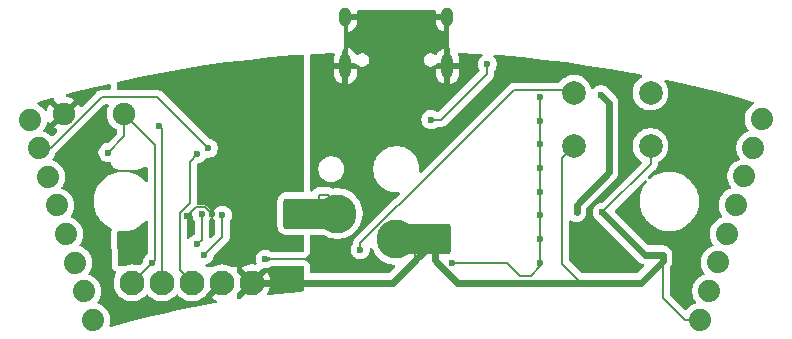
<source format=gbr>
%TF.GenerationSoftware,KiCad,Pcbnew,9.0.6*%
%TF.CreationDate,2026-01-11T15:28:45-08:00*%
%TF.ProjectId,pcb,7063622e-6b69-4636-9164-5f7063625858,rev?*%
%TF.SameCoordinates,Original*%
%TF.FileFunction,Copper,L2,Bot*%
%TF.FilePolarity,Positive*%
%FSLAX46Y46*%
G04 Gerber Fmt 4.6, Leading zero omitted, Abs format (unit mm)*
G04 Created by KiCad (PCBNEW 9.0.6) date 2026-01-11 15:28:45*
%MOMM*%
%LPD*%
G01*
G04 APERTURE LIST*
G04 Aperture macros list*
%AMRoundRect*
0 Rectangle with rounded corners*
0 $1 Rounding radius*
0 $2 $3 $4 $5 $6 $7 $8 $9 X,Y pos of 4 corners*
0 Add a 4 corners polygon primitive as box body*
4,1,4,$2,$3,$4,$5,$6,$7,$8,$9,$2,$3,0*
0 Add four circle primitives for the rounded corners*
1,1,$1+$1,$2,$3*
1,1,$1+$1,$4,$5*
1,1,$1+$1,$6,$7*
1,1,$1+$1,$8,$9*
0 Add four rect primitives between the rounded corners*
20,1,$1+$1,$2,$3,$4,$5,0*
20,1,$1+$1,$4,$5,$6,$7,0*
20,1,$1+$1,$6,$7,$8,$9,0*
20,1,$1+$1,$8,$9,$2,$3,0*%
G04 Aperture macros list end*
%TA.AperFunction,ComponentPad*%
%ADD10C,2.000000*%
%TD*%
%TA.AperFunction,ComponentPad*%
%ADD11C,1.879600*%
%TD*%
%TA.AperFunction,ComponentPad*%
%ADD12C,1.900000*%
%TD*%
%TA.AperFunction,ComponentPad*%
%ADD13O,1.000000X1.600000*%
%TD*%
%TA.AperFunction,ComponentPad*%
%ADD14O,1.000000X2.100000*%
%TD*%
%TA.AperFunction,ComponentPad*%
%ADD15C,2.100000*%
%TD*%
%TA.AperFunction,ComponentPad*%
%ADD16C,3.300000*%
%TD*%
%TA.AperFunction,SMDPad,CuDef*%
%ADD17R,1.200000X2.600000*%
%TD*%
%TA.AperFunction,SMDPad,CuDef*%
%ADD18RoundRect,0.260000X1.065000X1.040000X-1.065000X1.040000X-1.065000X-1.040000X1.065000X-1.040000X0*%
%TD*%
%TA.AperFunction,ViaPad*%
%ADD19C,0.600000*%
%TD*%
%TA.AperFunction,Conductor*%
%ADD20C,0.200000*%
%TD*%
%TA.AperFunction,Conductor*%
%ADD21C,0.600000*%
%TD*%
G04 APERTURE END LIST*
D10*
%TO.P,SW1,1*%
%TO.N,Net-(U1-PB8-BOOT0)*%
X165025000Y-93525000D03*
X171525000Y-93525000D03*
%TO.P,SW1,2*%
%TO.N,+3.3V*%
X165025000Y-98025000D03*
X171525000Y-98025000D03*
%TD*%
D11*
%TO.P,J1,1,Pin_1*%
%TO.N,+3.3V*%
X124326700Y-112750000D03*
%TO.P,J1,2,Pin_2*%
%TO.N,/BTN2*%
X123562907Y-110327559D03*
%TO.P,J1,3,Pin_3*%
%TO.N,/BTN3*%
X122799115Y-107905118D03*
%TO.P,J1,4,Pin_4*%
%TO.N,/BTN4*%
X122035322Y-105482677D03*
%TO.P,J1,5,Pin_5*%
%TO.N,/BTN5*%
X121271529Y-103060236D03*
%TO.P,J1,6,Pin_6*%
%TO.N,/BTN6*%
X120507736Y-100637795D03*
%TO.P,J1,7,Pin_7*%
%TO.N,/BTN7*%
X119743944Y-98215354D03*
%TO.P,J1,8,Pin_8*%
%TO.N,/BTN8*%
X118980151Y-95792913D03*
%TD*%
D12*
%TO.P,JP1,1*%
%TO.N,/RST*%
X126945000Y-95305000D03*
%TO.P,JP1,2*%
%TO.N,GND*%
X121865000Y-95305000D03*
%TD*%
D13*
%TO.P,USB1,13,SHIELD*%
%TO.N,GND*%
X154320001Y-87100000D03*
D14*
X154320000Y-91280000D03*
X145680000Y-91280000D03*
D13*
X145680000Y-87100000D03*
%TD*%
D11*
%TO.P,J2,1,Pin_1*%
%TO.N,+3.3V*%
X175750000Y-112750000D03*
%TO.P,J2,2,Pin_2*%
%TO.N,/BTN2*%
X176492624Y-110320986D03*
%TO.P,J2,3,Pin_3*%
%TO.N,/BTN3*%
X177235248Y-107891972D03*
%TO.P,J2,4,Pin_4*%
%TO.N,/BTN4*%
X177977872Y-105462958D03*
%TO.P,J2,5,Pin_5*%
%TO.N,/BTN5*%
X178720497Y-103033944D03*
%TO.P,J2,6,Pin_6*%
%TO.N,/BTN6*%
X179463121Y-100604930D03*
%TO.P,J2,7,Pin_7*%
%TO.N,/BTN7*%
X180205744Y-98175916D03*
%TO.P,J2,8,Pin_8*%
%TO.N,/BTN8*%
X180948369Y-95746902D03*
%TD*%
D15*
%TO.P,J3,1,Pin_1*%
%TO.N,/RST*%
X127620000Y-109610000D03*
%TO.P,J3,2,Pin_2*%
%TO.N,/SWDIO*%
X130160000Y-109610000D03*
%TO.P,J3,3,Pin_3*%
%TO.N,/SWCLK*%
X132700000Y-109610000D03*
%TO.P,J3,4,Pin_4*%
%TO.N,GND*%
X135240000Y-109610000D03*
%TO.P,J3,5,Pin_5*%
%TO.N,+3.3V*%
X137780000Y-109610000D03*
%TD*%
D16*
%TO.P,CH1,1,1*%
%TO.N,Net-(JMP_BTN1-A)*%
X145000000Y-103750000D03*
D17*
X143450000Y-103750000D03*
D18*
X141755000Y-103750000D03*
%TO.P,CH1,2,2*%
%TO.N,+3.3V*%
X153245000Y-105950000D03*
D17*
X151550000Y-105950000D03*
D16*
X150000000Y-105950000D03*
%TD*%
D19*
%TO.N,/BTN2*%
X133750000Y-107250000D03*
X135276498Y-103876000D03*
%TO.N,/BTN3*%
X133104600Y-106361800D03*
X133512000Y-103804100D03*
%TO.N,+3.3V*%
X134441000Y-91970000D03*
X167454998Y-103660000D03*
X134350883Y-103813746D03*
X127672842Y-105973013D03*
X132250000Y-104000000D03*
X129514000Y-92650000D03*
X127750000Y-107673013D03*
X172549998Y-107250000D03*
X137624500Y-98862200D03*
X131941000Y-92280000D03*
%TO.N,/BTN7*%
X134085100Y-98218400D03*
%TO.N,GND*%
X174449998Y-107250000D03*
X138900000Y-107600000D03*
X128625000Y-100125000D03*
X177742499Y-95060001D03*
X144250000Y-107750000D03*
X143000000Y-98000000D03*
X123682000Y-98590000D03*
X173391000Y-110480000D03*
X169755000Y-103660000D03*
X154783400Y-93473600D03*
%TO.N,5V*%
X167311393Y-93688607D03*
X165254998Y-103660000D03*
%TO.N,/RST*%
X125582000Y-98590000D03*
X129313500Y-107916500D03*
%TO.N,/SWCLK*%
X133161400Y-98693500D03*
%TO.N,/SWDIO*%
X129941200Y-96339100D03*
%TO.N,Net-(JMP_BTN1-A)*%
X162200000Y-97900000D03*
X162200000Y-95900000D03*
X162200000Y-103900000D03*
X162200000Y-105900000D03*
X141755000Y-103750000D03*
X162200000Y-99900000D03*
X162200000Y-107900000D03*
X154750000Y-107900000D03*
X162200000Y-101900000D03*
X162200000Y-93900000D03*
%TO.N,Net-(U1-PB8-BOOT0)*%
X146941000Y-106829500D03*
%TO.N,Net-(USB1-CC1)*%
X157702000Y-91130000D03*
X152914000Y-95795400D03*
%TD*%
D20*
%TO.N,/BTN2*%
X135276498Y-105723502D02*
X133750000Y-107250000D01*
X135276498Y-103876000D02*
X135276498Y-105723502D01*
%TO.N,/BTN3*%
X133104600Y-106361800D02*
X133512000Y-105954400D01*
X133512000Y-105954400D02*
X133512000Y-103804100D01*
%TO.N,+3.3V*%
X165629800Y-109601000D02*
X164025000Y-107996200D01*
X150700000Y-106650000D02*
X150000000Y-105950000D01*
D21*
X167454998Y-103660000D02*
X171044998Y-107250000D01*
X171044998Y-107250000D02*
X172549998Y-107250000D01*
X165629800Y-109601000D02*
X170699000Y-109601000D01*
D20*
X172549998Y-110879075D02*
X172549998Y-107250000D01*
D21*
X153245000Y-106055000D02*
X153245000Y-105950000D01*
X153245000Y-105950000D02*
X153245000Y-106055000D01*
X165629800Y-109601000D02*
X155160000Y-109601000D01*
D20*
X171525000Y-99589998D02*
X167454998Y-103660000D01*
X174420923Y-112750000D02*
X172549998Y-110879075D01*
X164025000Y-107996200D02*
X164025000Y-99025000D01*
D21*
X153245000Y-107686000D02*
X153245000Y-106055000D01*
D20*
X164025000Y-99025000D02*
X165025000Y-98025000D01*
D21*
X172549998Y-107750002D02*
X172549998Y-107250000D01*
D20*
X175750000Y-112750000D02*
X174420923Y-112750000D01*
X151550000Y-106650000D02*
X151550000Y-107551700D01*
X151550000Y-105950000D02*
X151550000Y-106650000D01*
X134350883Y-103793040D02*
X133760943Y-103203100D01*
X171525000Y-98025000D02*
X171525000Y-99589998D01*
D21*
X155160000Y-109601000D02*
X153245000Y-107686000D01*
X153245000Y-106055000D02*
X151748300Y-107551700D01*
D20*
X133760943Y-103203100D02*
X133046900Y-103203100D01*
X151550000Y-106650000D02*
X150700000Y-106650000D01*
X151748300Y-107551700D02*
X151550000Y-107551700D01*
X134350883Y-103813746D02*
X134350883Y-103793040D01*
D21*
X151748300Y-107551700D02*
X149690000Y-109610000D01*
D20*
X133046900Y-103203100D02*
X132250000Y-104000000D01*
D21*
X149690000Y-109610000D02*
X137780000Y-109610000D01*
X170699000Y-109601000D02*
X172549998Y-107750002D01*
D20*
%TO.N,/BTN7*%
X120740900Y-98215400D02*
X125056600Y-93899700D01*
X129766400Y-93899700D02*
X134085100Y-98218400D01*
X119743900Y-98215400D02*
X120740900Y-98215400D01*
X125056600Y-93899700D02*
X129766400Y-93899700D01*
%TO.N,GND*%
X128625000Y-100125000D02*
X128621013Y-100121013D01*
X144100000Y-107600000D02*
X144250000Y-107750000D01*
X138900000Y-107600000D02*
X144100000Y-107600000D01*
X128621013Y-100121013D02*
X125213013Y-100121013D01*
X125213013Y-100121013D02*
X123682000Y-98590000D01*
D21*
%TO.N,5V*%
X168000000Y-94377214D02*
X167311393Y-93688607D01*
X168000000Y-100250000D02*
X168000000Y-94377214D01*
X165254998Y-102995002D02*
X168000000Y-100250000D01*
X165254998Y-103660000D02*
X165254998Y-102995002D01*
D20*
%TO.N,/RST*%
X125582000Y-98590000D02*
X126945000Y-97227000D01*
X129313500Y-107916500D02*
X127620000Y-109610000D01*
X126945000Y-95305000D02*
X129573596Y-97933596D01*
X129573596Y-97933596D02*
X129573596Y-107656404D01*
X129573596Y-107656404D02*
X129313500Y-107916500D01*
X126945000Y-97227000D02*
X126945000Y-95305000D01*
%TO.N,/SWCLK*%
X132502900Y-99352000D02*
X133161400Y-98693500D01*
X131650000Y-108560000D02*
X131650000Y-103680761D01*
X132700000Y-109610000D02*
X131650000Y-108560000D01*
X132502900Y-102827861D02*
X132502900Y-99352000D01*
X131650000Y-103680761D02*
X132502900Y-102827861D01*
%TO.N,/SWDIO*%
X130160000Y-109610000D02*
X130160000Y-96557900D01*
X130160000Y-96557900D02*
X129941200Y-96339100D01*
%TO.N,Net-(JMP_BTN1-A)*%
X162200000Y-108200000D02*
X162200000Y-107900000D01*
X162200000Y-97900000D02*
X162200000Y-99900000D01*
X154750000Y-107900000D02*
X159400000Y-107900000D01*
X162200000Y-93900000D02*
X162200000Y-95900000D01*
X162200000Y-99900000D02*
X162200000Y-101900000D01*
X145000000Y-102923200D02*
X145000000Y-103750000D01*
X143450000Y-103750000D02*
X143450000Y-102148300D01*
X160500000Y-109000000D02*
X161400000Y-109000000D01*
X161400000Y-109000000D02*
X162200000Y-108200000D01*
X162200000Y-103900000D02*
X162200000Y-107900000D01*
X162200000Y-101900000D02*
X162200000Y-103900000D01*
X144225100Y-102148300D02*
X145000000Y-102923200D01*
X162200000Y-95900000D02*
X162200000Y-97900000D01*
X159400000Y-107900000D02*
X160500000Y-109000000D01*
X143450000Y-102148300D02*
X144225100Y-102148300D01*
%TO.N,Net-(U1-PB8-BOOT0)*%
X164795400Y-93295400D02*
X165025000Y-93525000D01*
X146941000Y-106233100D02*
X150117400Y-103056700D01*
X146941000Y-106829500D02*
X146941000Y-106233100D01*
X150213800Y-103056700D02*
X159975100Y-93295400D01*
X159975100Y-93295400D02*
X164795400Y-93295400D01*
X150117400Y-103056700D02*
X150213800Y-103056700D01*
%TO.N,Net-(USB1-CC1)*%
X152914000Y-95795400D02*
X153805000Y-95795400D01*
X153805000Y-95795400D02*
X157702000Y-91897500D01*
X157702000Y-91897500D02*
X157702000Y-91130000D01*
%TD*%
%TA.AperFunction,Conductor*%
%TO.N,+3.3V*%
G36*
X137159668Y-109941574D02*
G01*
X137236274Y-110056224D01*
X137333776Y-110153726D01*
X137448426Y-110230332D01*
X137494242Y-110249309D01*
X136872152Y-110871398D01*
X136865824Y-110892929D01*
X136859606Y-110922529D01*
X136856070Y-110926115D01*
X136854650Y-110930948D01*
X136831786Y-110950748D01*
X136810554Y-110972286D01*
X136804604Y-110974289D01*
X136801834Y-110976688D01*
X136767967Y-110986623D01*
X136641614Y-111004755D01*
X136572458Y-110994792D01*
X136519666Y-110949023D01*
X136500000Y-110882012D01*
X136500000Y-110705877D01*
X136500000Y-110538094D01*
X136502965Y-110533481D01*
X137140689Y-109895756D01*
X137159668Y-109941574D01*
G37*
%TD.AperFunction*%
%TA.AperFunction,Conductor*%
G36*
X142143039Y-108220185D02*
G01*
X142188794Y-108272989D01*
X142200000Y-108324500D01*
X142200000Y-110225902D01*
X142180315Y-110292941D01*
X142127511Y-110338696D01*
X142086089Y-110349491D01*
X141855889Y-110368283D01*
X140052975Y-110552475D01*
X139192170Y-110658168D01*
X139123231Y-110646800D01*
X139071382Y-110599965D01*
X139053084Y-110532534D01*
X139074148Y-110465915D01*
X139076742Y-110462204D01*
X139105677Y-110422379D01*
X139216439Y-110204998D01*
X139291834Y-109972959D01*
X139330000Y-109731993D01*
X139330000Y-109488006D01*
X139291834Y-109247040D01*
X139216439Y-109015001D01*
X139105676Y-108797619D01*
X139038456Y-108705097D01*
X139038454Y-108705096D01*
X138419309Y-109324242D01*
X138400332Y-109278426D01*
X138323726Y-109163776D01*
X138226224Y-109066274D01*
X138111574Y-108989668D01*
X138065755Y-108970689D01*
X138619808Y-108416637D01*
X138681131Y-108383152D01*
X138731677Y-108382701D01*
X138806272Y-108397538D01*
X138821157Y-108400500D01*
X138821158Y-108400500D01*
X138978844Y-108400500D01*
X138978845Y-108400499D01*
X139133497Y-108369737D01*
X139279179Y-108309394D01*
X139299090Y-108296090D01*
X139410875Y-108221398D01*
X139477553Y-108200520D01*
X139479766Y-108200500D01*
X142076000Y-108200500D01*
X142143039Y-108220185D01*
G37*
%TD.AperFunction*%
%TA.AperFunction,Conductor*%
G36*
X142135448Y-90311173D02*
G01*
X142184844Y-90360588D01*
X142200000Y-90419994D01*
X142200000Y-97918644D01*
X142199500Y-97921158D01*
X142199500Y-98078842D01*
X142200000Y-98081355D01*
X142200000Y-101825500D01*
X142180315Y-101892539D01*
X142127511Y-101938294D01*
X142076000Y-101949500D01*
X140639332Y-101949500D01*
X140639315Y-101949501D01*
X140535167Y-101960140D01*
X140535164Y-101960141D01*
X140366413Y-102016060D01*
X140366402Y-102016065D01*
X140215103Y-102109388D01*
X140215099Y-102109391D01*
X140089391Y-102235099D01*
X140089388Y-102235103D01*
X139996065Y-102386402D01*
X139996060Y-102386413D01*
X139940141Y-102555166D01*
X139940140Y-102555173D01*
X139929500Y-102659317D01*
X139929500Y-104840667D01*
X139929501Y-104840684D01*
X139940140Y-104944832D01*
X139940141Y-104944835D01*
X139996060Y-105113586D01*
X139996065Y-105113597D01*
X140089388Y-105264896D01*
X140089391Y-105264900D01*
X140215099Y-105390608D01*
X140215103Y-105390611D01*
X140366402Y-105483934D01*
X140366405Y-105483935D01*
X140366411Y-105483939D01*
X140535167Y-105539859D01*
X140639325Y-105550500D01*
X142076001Y-105550499D01*
X142143039Y-105570184D01*
X142188794Y-105622987D01*
X142200000Y-105674499D01*
X142200000Y-106875500D01*
X142180315Y-106942539D01*
X142127511Y-106988294D01*
X142076000Y-106999500D01*
X139479766Y-106999500D01*
X139412727Y-106979815D01*
X139410875Y-106978602D01*
X139279185Y-106890609D01*
X139279172Y-106890602D01*
X139133501Y-106830264D01*
X139133489Y-106830261D01*
X138978845Y-106799500D01*
X138978842Y-106799500D01*
X138821158Y-106799500D01*
X138821155Y-106799500D01*
X138666510Y-106830261D01*
X138666498Y-106830264D01*
X138520827Y-106890602D01*
X138520814Y-106890609D01*
X138389711Y-106978210D01*
X138389707Y-106978213D01*
X138278213Y-107089707D01*
X138278210Y-107089711D01*
X138190609Y-107220814D01*
X138190602Y-107220827D01*
X138130264Y-107366498D01*
X138130261Y-107366510D01*
X138099500Y-107521153D01*
X138099500Y-107678846D01*
X138129922Y-107831784D01*
X138130263Y-107833497D01*
X138144457Y-107867764D01*
X138161965Y-107910033D01*
X138169433Y-107979503D01*
X138138157Y-108041982D01*
X138078068Y-108077634D01*
X138028005Y-108079958D01*
X137901993Y-108060000D01*
X137658007Y-108060000D01*
X137417040Y-108098165D01*
X137185001Y-108173560D01*
X136967626Y-108284319D01*
X136875097Y-108351544D01*
X137494243Y-108970689D01*
X137448426Y-108989668D01*
X137333776Y-109066274D01*
X137236274Y-109163776D01*
X137159668Y-109278426D01*
X137140690Y-109324242D01*
X136502965Y-108686517D01*
X136500000Y-108681087D01*
X136500000Y-108300000D01*
X136499999Y-108299999D01*
X136105129Y-108296090D01*
X136050062Y-108282581D01*
X136034865Y-108274838D01*
X135835185Y-108173096D01*
X135603076Y-108097679D01*
X135603074Y-108097678D01*
X135603072Y-108097678D01*
X135420226Y-108068718D01*
X135362027Y-108059500D01*
X135117973Y-108059500D01*
X135062093Y-108068350D01*
X134876927Y-108097678D01*
X134876926Y-108097678D01*
X134644818Y-108173094D01*
X134644817Y-108173094D01*
X134462965Y-108265751D01*
X134405444Y-108279260D01*
X133958752Y-108274838D01*
X133891910Y-108254491D01*
X133846680Y-108201236D01*
X133837422Y-108131983D01*
X133867074Y-108068718D01*
X133926224Y-108031527D01*
X133935770Y-108029230D01*
X133983497Y-108019737D01*
X134106674Y-107968716D01*
X134129172Y-107959397D01*
X134129172Y-107959396D01*
X134129179Y-107959394D01*
X134260289Y-107871789D01*
X134371789Y-107760289D01*
X134459394Y-107629179D01*
X134519737Y-107483497D01*
X134543010Y-107366498D01*
X134550638Y-107328150D01*
X134583023Y-107266239D01*
X134584520Y-107264714D01*
X135635004Y-106214229D01*
X135635009Y-106214226D01*
X135645212Y-106204022D01*
X135645214Y-106204022D01*
X135757018Y-106092218D01*
X135814253Y-105993084D01*
X135836075Y-105955287D01*
X135876998Y-105802559D01*
X135876998Y-105644445D01*
X135876998Y-104455765D01*
X135896683Y-104388726D01*
X135897896Y-104386874D01*
X135985888Y-104255185D01*
X135985888Y-104255184D01*
X135985892Y-104255179D01*
X136046235Y-104109497D01*
X136076998Y-103954842D01*
X136076998Y-103797158D01*
X136076998Y-103797155D01*
X136076997Y-103797153D01*
X136071560Y-103769820D01*
X136046235Y-103642503D01*
X136032163Y-103608530D01*
X135985895Y-103496827D01*
X135985888Y-103496814D01*
X135898287Y-103365711D01*
X135898284Y-103365707D01*
X135786790Y-103254213D01*
X135786786Y-103254210D01*
X135655683Y-103166609D01*
X135655670Y-103166602D01*
X135509999Y-103106264D01*
X135509987Y-103106261D01*
X135355343Y-103075500D01*
X135355340Y-103075500D01*
X135197656Y-103075500D01*
X135197653Y-103075500D01*
X135043008Y-103106261D01*
X135042996Y-103106264D01*
X134897325Y-103166602D01*
X134897312Y-103166609D01*
X134766209Y-103254210D01*
X134766205Y-103254213D01*
X134654711Y-103365707D01*
X134654708Y-103365711D01*
X134567107Y-103496814D01*
X134567102Y-103496824D01*
X134520832Y-103608530D01*
X134476991Y-103662933D01*
X134410696Y-103684998D01*
X134342997Y-103667719D01*
X134295387Y-103616581D01*
X134284653Y-103585265D01*
X134281737Y-103570604D01*
X134281735Y-103570598D01*
X134221397Y-103424927D01*
X134221390Y-103424914D01*
X134133789Y-103293811D01*
X134133786Y-103293807D01*
X134022292Y-103182313D01*
X134022288Y-103182310D01*
X133891185Y-103094709D01*
X133891172Y-103094702D01*
X133745501Y-103034364D01*
X133745489Y-103034361D01*
X133590845Y-103003600D01*
X133590842Y-103003600D01*
X133433158Y-103003600D01*
X133433155Y-103003600D01*
X133278510Y-103034361D01*
X133278498Y-103034364D01*
X133273978Y-103036237D01*
X133241075Y-103039773D01*
X133208288Y-103044326D01*
X133206484Y-103043491D01*
X133204509Y-103043704D01*
X133174926Y-103028895D01*
X133144873Y-103014995D01*
X133143806Y-103013317D01*
X133142030Y-103012428D01*
X133125152Y-102983980D01*
X133107383Y-102956035D01*
X133107210Y-102953739D01*
X133106379Y-102952338D01*
X133102529Y-102921076D01*
X133102582Y-102909972D01*
X133103401Y-102906918D01*
X133103401Y-102748803D01*
X133103400Y-102748799D01*
X133103400Y-99652097D01*
X133123085Y-99585058D01*
X133139718Y-99564417D01*
X133142699Y-99561436D01*
X133176061Y-99528073D01*
X133237381Y-99494589D01*
X133239550Y-99494138D01*
X133297485Y-99482613D01*
X133394897Y-99463237D01*
X133540579Y-99402894D01*
X133671689Y-99315289D01*
X133783189Y-99203789D01*
X133870794Y-99072679D01*
X133870795Y-99072675D01*
X133872372Y-99070316D01*
X133925985Y-99025510D01*
X133995309Y-99016803D01*
X133999630Y-99017581D01*
X134006258Y-99018900D01*
X134006261Y-99018900D01*
X134163944Y-99018900D01*
X134163945Y-99018899D01*
X134318597Y-98988137D01*
X134464279Y-98927794D01*
X134595389Y-98840189D01*
X134706889Y-98728689D01*
X134794494Y-98597579D01*
X134854837Y-98451897D01*
X134885600Y-98297242D01*
X134885600Y-98139558D01*
X134885600Y-98139555D01*
X134885599Y-98139553D01*
X134854837Y-97984903D01*
X134853019Y-97980514D01*
X134794497Y-97839227D01*
X134794490Y-97839214D01*
X134706889Y-97708111D01*
X134706886Y-97708107D01*
X134595392Y-97596613D01*
X134595388Y-97596610D01*
X134464285Y-97509009D01*
X134464272Y-97509002D01*
X134318601Y-97448664D01*
X134318591Y-97448661D01*
X134163249Y-97417761D01*
X134101338Y-97385376D01*
X134099760Y-97383825D01*
X130253990Y-93538055D01*
X130253988Y-93538052D01*
X130135117Y-93419181D01*
X130135116Y-93419180D01*
X130048304Y-93369060D01*
X130048304Y-93369059D01*
X130048300Y-93369058D01*
X129998185Y-93340123D01*
X129845457Y-93299199D01*
X129687343Y-93299199D01*
X129679747Y-93299199D01*
X129679731Y-93299200D01*
X126445747Y-93299200D01*
X126378708Y-93279515D01*
X126332953Y-93226711D01*
X126321749Y-93175846D01*
X126321712Y-93168880D01*
X126319309Y-92707362D01*
X126338643Y-92640225D01*
X126391208Y-92594196D01*
X126417468Y-92585442D01*
X128217157Y-92202115D01*
X128219129Y-92201713D01*
X130071371Y-91840632D01*
X130073387Y-91840257D01*
X131931607Y-91511333D01*
X131933575Y-91511002D01*
X133797132Y-91214346D01*
X133799223Y-91214031D01*
X135667722Y-90949705D01*
X135669757Y-90949436D01*
X137542513Y-90717539D01*
X137544455Y-90717315D01*
X139421020Y-90517903D01*
X139423138Y-90517697D01*
X141302769Y-90350847D01*
X141304704Y-90350692D01*
X142067182Y-90296309D01*
X142135448Y-90311173D01*
G37*
%TD.AperFunction*%
%TA.AperFunction,Conductor*%
G36*
X128939398Y-104384384D02*
G01*
X128971007Y-104446695D01*
X128973096Y-104469363D01*
X128973096Y-107114918D01*
X128953411Y-107181957D01*
X128917987Y-107218020D01*
X128803210Y-107294710D01*
X128691713Y-107406207D01*
X128691710Y-107406211D01*
X128604109Y-107537314D01*
X128604102Y-107537327D01*
X128543764Y-107682998D01*
X128543761Y-107683008D01*
X128512862Y-107838348D01*
X128480477Y-107900259D01*
X128478926Y-107901837D01*
X128263242Y-108117520D01*
X128201919Y-108151005D01*
X128137243Y-108147770D01*
X127983079Y-108097679D01*
X127800226Y-108068718D01*
X127742027Y-108059500D01*
X127497973Y-108059500D01*
X127442093Y-108068350D01*
X127256927Y-108097678D01*
X127256926Y-108097678D01*
X127024815Y-108173095D01*
X127024814Y-108173096D01*
X126988211Y-108191745D01*
X126930692Y-108205253D01*
X126522134Y-108201209D01*
X126455292Y-108180862D01*
X126410062Y-108127608D01*
X126399363Y-108077865D01*
X126385006Y-105321316D01*
X126404340Y-105254181D01*
X126456905Y-105208151D01*
X126522886Y-105197456D01*
X126745271Y-105222512D01*
X126745272Y-105222513D01*
X126745275Y-105222513D01*
X127026128Y-105222513D01*
X127026129Y-105222512D01*
X127168755Y-105206442D01*
X127305194Y-105191070D01*
X127305199Y-105191069D01*
X127305209Y-105191068D01*
X127579018Y-105128573D01*
X127844108Y-105035814D01*
X128097145Y-104913958D01*
X128334948Y-104764536D01*
X128554525Y-104589429D01*
X128753116Y-104390838D01*
X128753121Y-104390830D01*
X128755441Y-104388237D01*
X128756387Y-104389083D01*
X128809309Y-104351919D01*
X128879120Y-104349053D01*
X128939398Y-104384384D01*
G37*
%TD.AperFunction*%
%TA.AperFunction,Conductor*%
G36*
X132630834Y-103651676D02*
G01*
X132686767Y-103693548D01*
X132711184Y-103759012D01*
X132711500Y-103767858D01*
X132711500Y-103882946D01*
X132742261Y-104037589D01*
X132742264Y-104037601D01*
X132802602Y-104183272D01*
X132802609Y-104183285D01*
X132890602Y-104314974D01*
X132911480Y-104381651D01*
X132911500Y-104383865D01*
X132911500Y-105492475D01*
X132891815Y-105559514D01*
X132839011Y-105605269D01*
X132834953Y-105607036D01*
X132725424Y-105652404D01*
X132725414Y-105652409D01*
X132594311Y-105740010D01*
X132594307Y-105740013D01*
X132482813Y-105851507D01*
X132482808Y-105851513D01*
X132477601Y-105859307D01*
X132423989Y-105904111D01*
X132354664Y-105912818D01*
X132291636Y-105882663D01*
X132254918Y-105823219D01*
X132250500Y-105790415D01*
X132250500Y-103980858D01*
X132270185Y-103913819D01*
X132286819Y-103893177D01*
X132499819Y-103680177D01*
X132561142Y-103646692D01*
X132630834Y-103651676D01*
G37*
%TD.AperFunction*%
%TA.AperFunction,Conductor*%
G36*
X134410611Y-104003475D02*
G01*
X134443585Y-104011267D01*
X134444384Y-104012095D01*
X134445499Y-104012380D01*
X134468578Y-104037168D01*
X134492101Y-104061546D01*
X134492604Y-104062974D01*
X134493110Y-104063517D01*
X134503843Y-104094829D01*
X134506759Y-104109492D01*
X134506762Y-104109501D01*
X134567100Y-104255172D01*
X134567107Y-104255185D01*
X134655100Y-104386874D01*
X134675978Y-104453551D01*
X134675998Y-104455765D01*
X134675998Y-105423404D01*
X134656313Y-105490443D01*
X134639679Y-105511085D01*
X134324181Y-105826583D01*
X134262858Y-105860068D01*
X134193166Y-105855084D01*
X134137233Y-105813212D01*
X134112816Y-105747748D01*
X134112500Y-105738902D01*
X134112500Y-104383865D01*
X134132185Y-104316826D01*
X134133398Y-104314974D01*
X134221390Y-104183285D01*
X134221390Y-104183284D01*
X134221394Y-104183279D01*
X134267665Y-104071569D01*
X134288922Y-104045189D01*
X134309698Y-104018445D01*
X134310782Y-104018062D01*
X134311505Y-104017166D01*
X134343662Y-104006462D01*
X134375588Y-103995200D01*
X134376707Y-103995464D01*
X134377799Y-103995101D01*
X134410611Y-104003475D01*
G37*
%TD.AperFunction*%
%TD*%
%TA.AperFunction,Conductor*%
%TO.N,GND*%
G36*
X125591821Y-94519885D02*
G01*
X125637576Y-94572689D01*
X125647520Y-94641847D01*
X125635267Y-94680495D01*
X125600770Y-94748196D01*
X125530215Y-94965339D01*
X125494500Y-95190837D01*
X125494500Y-95419162D01*
X125530215Y-95644660D01*
X125600770Y-95861803D01*
X125702441Y-96061342D01*
X125704421Y-96065228D01*
X125838621Y-96249937D01*
X126000063Y-96411379D01*
X126110839Y-96491863D01*
X126184773Y-96545580D01*
X126223153Y-96565135D01*
X126276794Y-96592466D01*
X126287857Y-96602915D01*
X126301703Y-96609238D01*
X126312744Y-96626419D01*
X126327590Y-96640440D01*
X126331831Y-96656119D01*
X126339477Y-96668016D01*
X126344500Y-96702951D01*
X126344500Y-96926903D01*
X126324815Y-96993942D01*
X126308181Y-97014584D01*
X125567339Y-97755425D01*
X125506016Y-97788910D01*
X125503850Y-97789361D01*
X125348508Y-97820261D01*
X125348498Y-97820264D01*
X125202827Y-97880602D01*
X125202814Y-97880609D01*
X125071711Y-97968210D01*
X125071707Y-97968213D01*
X124960213Y-98079707D01*
X124960210Y-98079711D01*
X124872609Y-98210814D01*
X124872602Y-98210827D01*
X124812264Y-98356498D01*
X124812261Y-98356510D01*
X124781500Y-98511153D01*
X124781500Y-98668846D01*
X124812261Y-98823489D01*
X124812264Y-98823501D01*
X124872602Y-98969172D01*
X124872609Y-98969185D01*
X124960210Y-99100288D01*
X124960213Y-99100292D01*
X125071707Y-99211786D01*
X125071711Y-99211789D01*
X125202814Y-99299390D01*
X125202827Y-99299397D01*
X125315621Y-99346117D01*
X125348503Y-99359737D01*
X125503153Y-99390499D01*
X125503156Y-99390500D01*
X125503158Y-99390500D01*
X125660843Y-99390500D01*
X125679800Y-99386729D01*
X125711104Y-99380502D01*
X125780695Y-99386729D01*
X125835873Y-99429591D01*
X125858532Y-99488379D01*
X125860485Y-99505898D01*
X125860486Y-99505904D01*
X125863772Y-99520821D01*
X125871689Y-99556763D01*
X125905536Y-99658017D01*
X125983320Y-99779050D01*
X125983328Y-99779061D01*
X126029072Y-99831853D01*
X126029075Y-99831856D01*
X126029079Y-99831860D01*
X126137813Y-99926080D01*
X126137816Y-99926081D01*
X126137817Y-99926082D01*
X126260305Y-99982022D01*
X126268690Y-99985851D01*
X126335729Y-100005536D01*
X126335733Y-100005537D01*
X126419865Y-100017633D01*
X126483419Y-100046656D01*
X126521194Y-100105434D01*
X126521195Y-100175303D01*
X126483421Y-100234082D01*
X126429810Y-100261261D01*
X126192379Y-100315453D01*
X126192370Y-100315456D01*
X125927288Y-100408213D01*
X125674257Y-100530066D01*
X125436453Y-100679489D01*
X125216875Y-100854596D01*
X125018283Y-101053188D01*
X124843176Y-101272766D01*
X124693753Y-101510570D01*
X124571900Y-101763601D01*
X124479143Y-102028683D01*
X124479139Y-102028695D01*
X124416645Y-102302500D01*
X124416642Y-102302518D01*
X124385200Y-102581581D01*
X124385200Y-102862444D01*
X124416642Y-103141507D01*
X124416645Y-103141525D01*
X124479139Y-103415330D01*
X124479143Y-103415342D01*
X124571900Y-103680424D01*
X124693753Y-103933455D01*
X124719460Y-103974367D01*
X124843177Y-104171261D01*
X124929233Y-104279172D01*
X124999341Y-104367085D01*
X125018284Y-104390838D01*
X125216875Y-104589429D01*
X125436452Y-104764536D01*
X125674255Y-104913958D01*
X125674260Y-104913961D01*
X125845159Y-104996261D01*
X125897019Y-105043083D01*
X125915332Y-105110510D01*
X125910516Y-105142294D01*
X125899249Y-105181420D01*
X125899246Y-105181433D01*
X125879513Y-105323944D01*
X125893869Y-108080477D01*
X125893870Y-108080506D01*
X125905164Y-108184154D01*
X125915863Y-108233901D01*
X125948187Y-108333038D01*
X125948190Y-108333045D01*
X126024773Y-108454842D01*
X126024775Y-108454845D01*
X126058663Y-108494745D01*
X126063433Y-108502289D01*
X126070004Y-108508097D01*
X126070004Y-108508098D01*
X126177804Y-108603391D01*
X126235255Y-108630318D01*
X126287602Y-108676592D01*
X126306623Y-108743822D01*
X126293114Y-108798891D01*
X126183097Y-109014812D01*
X126183096Y-109014814D01*
X126183096Y-109014815D01*
X126156813Y-109095706D01*
X126107678Y-109246927D01*
X126069500Y-109487973D01*
X126069500Y-109732026D01*
X126103606Y-109947365D01*
X126107679Y-109973076D01*
X126183096Y-110205185D01*
X126283123Y-110401500D01*
X126293896Y-110422642D01*
X126437339Y-110620076D01*
X126437343Y-110620081D01*
X126609918Y-110792656D01*
X126609923Y-110792660D01*
X126730746Y-110880442D01*
X126807361Y-110936106D01*
X127024815Y-111046904D01*
X127256924Y-111122321D01*
X127497973Y-111160500D01*
X127497974Y-111160500D01*
X127742026Y-111160500D01*
X127742027Y-111160500D01*
X127983076Y-111122321D01*
X128215185Y-111046904D01*
X128432639Y-110936106D01*
X128630083Y-110792655D01*
X128802319Y-110620419D01*
X128863642Y-110586934D01*
X128933334Y-110591918D01*
X128977681Y-110620419D01*
X129149918Y-110792656D01*
X129149923Y-110792660D01*
X129270746Y-110880442D01*
X129347361Y-110936106D01*
X129564815Y-111046904D01*
X129796924Y-111122321D01*
X130037973Y-111160500D01*
X130037974Y-111160500D01*
X130282026Y-111160500D01*
X130282027Y-111160500D01*
X130523076Y-111122321D01*
X130755185Y-111046904D01*
X130972639Y-110936106D01*
X131170083Y-110792655D01*
X131342319Y-110620419D01*
X131403642Y-110586934D01*
X131473334Y-110591918D01*
X131517681Y-110620419D01*
X131689918Y-110792656D01*
X131689923Y-110792660D01*
X131810746Y-110880442D01*
X131887361Y-110936106D01*
X132104815Y-111046904D01*
X132336924Y-111122321D01*
X132577973Y-111160500D01*
X132577974Y-111160500D01*
X132822026Y-111160500D01*
X132822027Y-111160500D01*
X133063076Y-111122321D01*
X133295185Y-111046904D01*
X133512639Y-110936106D01*
X133710083Y-110792655D01*
X133882655Y-110620083D01*
X133919471Y-110569408D01*
X133952531Y-110543915D01*
X134600689Y-109895756D01*
X134619668Y-109941574D01*
X134696274Y-110056224D01*
X134793776Y-110153726D01*
X134908426Y-110230332D01*
X134954241Y-110249309D01*
X134335096Y-110868454D01*
X134335097Y-110868456D01*
X134427619Y-110935676D01*
X134645003Y-111046439D01*
X134737771Y-111076582D01*
X134795447Y-111116020D01*
X134822645Y-111180378D01*
X134810730Y-111249225D01*
X134763486Y-111300700D01*
X134719564Y-111316871D01*
X134671959Y-111324695D01*
X132889941Y-111654973D01*
X131115135Y-112021441D01*
X130602160Y-112138300D01*
X129348070Y-112423990D01*
X127589597Y-112862426D01*
X127586174Y-112863354D01*
X125853383Y-113333060D01*
X125783528Y-113331600D01*
X125725552Y-113292606D01*
X125697861Y-113228458D01*
X125703009Y-113175063D01*
X125731535Y-113087271D01*
X125767000Y-112863354D01*
X125767000Y-112636646D01*
X125731535Y-112412729D01*
X125661479Y-112197117D01*
X125661479Y-112197116D01*
X125625837Y-112127166D01*
X125558555Y-111995118D01*
X125474425Y-111879322D01*
X125425305Y-111811713D01*
X125425301Y-111811708D01*
X125264991Y-111651398D01*
X125264986Y-111651394D01*
X125081585Y-111518147D01*
X125081584Y-111518146D01*
X125081582Y-111518145D01*
X125016866Y-111485170D01*
X124879583Y-111415220D01*
X124879580Y-111415219D01*
X124777676Y-111382109D01*
X124720000Y-111342671D01*
X124692802Y-111278313D01*
X124704717Y-111209467D01*
X124715667Y-111191305D01*
X124794762Y-111082441D01*
X124897686Y-110880442D01*
X124967742Y-110664830D01*
X125003207Y-110440913D01*
X125003207Y-110214205D01*
X124967742Y-109990288D01*
X124924716Y-109857866D01*
X124897687Y-109774678D01*
X124897686Y-109774675D01*
X124839651Y-109660776D01*
X124794762Y-109572677D01*
X124736440Y-109492403D01*
X124661512Y-109389272D01*
X124661508Y-109389267D01*
X124501198Y-109228957D01*
X124501193Y-109228953D01*
X124317792Y-109095706D01*
X124317791Y-109095705D01*
X124317789Y-109095704D01*
X124253073Y-109062729D01*
X124115790Y-108992779D01*
X124115784Y-108992777D01*
X124013885Y-108959669D01*
X123956209Y-108920232D01*
X123929010Y-108855874D01*
X123940924Y-108787027D01*
X123951879Y-108768859D01*
X124030970Y-108660000D01*
X124133894Y-108458001D01*
X124203950Y-108242389D01*
X124239415Y-108018472D01*
X124239415Y-107791764D01*
X124203950Y-107567847D01*
X124151061Y-107405069D01*
X124133895Y-107352237D01*
X124133894Y-107352234D01*
X124060748Y-107208679D01*
X124030970Y-107150236D01*
X123972931Y-107070352D01*
X123897720Y-106966831D01*
X123897716Y-106966826D01*
X123737406Y-106806516D01*
X123737401Y-106806512D01*
X123554000Y-106673265D01*
X123553999Y-106673264D01*
X123553997Y-106673263D01*
X123440129Y-106615244D01*
X123351998Y-106570338D01*
X123351995Y-106570337D01*
X123250091Y-106537227D01*
X123192415Y-106497789D01*
X123165217Y-106433431D01*
X123177132Y-106364585D01*
X123188082Y-106346423D01*
X123267177Y-106237559D01*
X123370101Y-106035560D01*
X123440157Y-105819948D01*
X123475622Y-105596031D01*
X123475622Y-105369323D01*
X123440157Y-105145406D01*
X123370101Y-104929794D01*
X123370101Y-104929793D01*
X123334190Y-104859315D01*
X123267177Y-104727795D01*
X123166649Y-104589429D01*
X123133927Y-104544390D01*
X123133923Y-104544385D01*
X122973613Y-104384075D01*
X122973608Y-104384071D01*
X122790207Y-104250824D01*
X122790206Y-104250823D01*
X122790204Y-104250822D01*
X122721980Y-104216060D01*
X122588205Y-104147897D01*
X122588202Y-104147896D01*
X122486298Y-104114786D01*
X122428622Y-104075348D01*
X122401424Y-104010990D01*
X122413339Y-103942144D01*
X122424289Y-103923982D01*
X122503384Y-103815118D01*
X122606308Y-103613119D01*
X122676364Y-103397507D01*
X122711829Y-103173590D01*
X122711829Y-102946882D01*
X122676364Y-102722965D01*
X122630426Y-102581580D01*
X122606309Y-102507355D01*
X122606308Y-102507352D01*
X122537960Y-102373213D01*
X122503384Y-102305354D01*
X122428225Y-102201906D01*
X122370134Y-102121949D01*
X122370130Y-102121944D01*
X122209820Y-101961634D01*
X122209815Y-101961630D01*
X122026414Y-101828383D01*
X122026413Y-101828382D01*
X122026411Y-101828381D01*
X121930638Y-101779582D01*
X121824412Y-101725456D01*
X121824409Y-101725455D01*
X121722505Y-101692345D01*
X121664829Y-101652907D01*
X121637631Y-101588549D01*
X121649546Y-101519703D01*
X121660496Y-101501541D01*
X121739591Y-101392677D01*
X121842515Y-101190678D01*
X121912571Y-100975066D01*
X121948036Y-100751149D01*
X121948036Y-100524441D01*
X121912571Y-100300524D01*
X121867103Y-100160587D01*
X121842516Y-100084914D01*
X121842515Y-100084911D01*
X121792039Y-99985848D01*
X121739591Y-99882913D01*
X121711586Y-99844367D01*
X121606341Y-99699508D01*
X121606337Y-99699503D01*
X121446027Y-99539193D01*
X121446022Y-99539189D01*
X121262621Y-99405942D01*
X121262620Y-99405941D01*
X121262618Y-99405940D01*
X121171936Y-99359735D01*
X121060619Y-99303015D01*
X121060613Y-99303013D01*
X120958714Y-99269905D01*
X120901038Y-99230468D01*
X120873839Y-99166110D01*
X120885753Y-99097263D01*
X120896708Y-99079095D01*
X120975799Y-98970236D01*
X121078723Y-98768237D01*
X121089461Y-98735186D01*
X121096446Y-98723787D01*
X121098558Y-98714080D01*
X121119704Y-98685831D01*
X121221420Y-98584116D01*
X121221421Y-98584113D01*
X125269016Y-94536519D01*
X125330339Y-94503034D01*
X125356697Y-94500200D01*
X125524782Y-94500200D01*
X125591821Y-94519885D01*
G37*
%TD.AperFunction*%
%TA.AperFunction,Conductor*%
G36*
X153275929Y-86520185D02*
G01*
X153321684Y-86572989D01*
X153331628Y-86642147D01*
X153330507Y-86648692D01*
X153320001Y-86701507D01*
X153320001Y-86850000D01*
X154020001Y-86850000D01*
X154020001Y-87350000D01*
X153320001Y-87350000D01*
X153320001Y-87498495D01*
X153358428Y-87691681D01*
X153358431Y-87691693D01*
X153433808Y-87873671D01*
X153433815Y-87873684D01*
X153543249Y-88037462D01*
X153543252Y-88037466D01*
X153682534Y-88176748D01*
X153682538Y-88176751D01*
X153846316Y-88286185D01*
X153846329Y-88286192D01*
X154028309Y-88361569D01*
X154070001Y-88369862D01*
X154070001Y-87566988D01*
X154079941Y-87584205D01*
X154135796Y-87640060D01*
X154204205Y-87679556D01*
X154280505Y-87700000D01*
X154359497Y-87700000D01*
X154435797Y-87679556D01*
X154492404Y-87646873D01*
X154492404Y-89605267D01*
X154489920Y-89659688D01*
X154492404Y-89670998D01*
X154492404Y-89682581D01*
X154500106Y-89711327D01*
X154506502Y-89735196D01*
X154518188Y-89788405D01*
X154523514Y-89798687D01*
X154525467Y-89805977D01*
X154526512Y-89809874D01*
X154552342Y-89854611D01*
X154555044Y-89859547D01*
X154556101Y-89861588D01*
X154570000Y-89918629D01*
X154570000Y-90563011D01*
X154560060Y-90545795D01*
X154504205Y-90489940D01*
X154435796Y-90450444D01*
X154359496Y-90430000D01*
X154280504Y-90430000D01*
X154204204Y-90450444D01*
X154135795Y-90489940D01*
X154079940Y-90545795D01*
X154070000Y-90563011D01*
X154070000Y-89760136D01*
X154069999Y-89760135D01*
X154028316Y-89768427D01*
X154028308Y-89768429D01*
X153846328Y-89843807D01*
X153846315Y-89843814D01*
X153682537Y-89953248D01*
X153682533Y-89953251D01*
X153543248Y-90092536D01*
X153430427Y-90261387D01*
X153429003Y-90260435D01*
X153385742Y-90304451D01*
X153317600Y-90319892D01*
X153251927Y-90296041D01*
X153249907Y-90294306D01*
X153249811Y-90294432D01*
X153243367Y-90289487D01*
X153243365Y-90289485D01*
X153162806Y-90242974D01*
X153112136Y-90213719D01*
X153038950Y-90194109D01*
X152965766Y-90174500D01*
X152814234Y-90174500D01*
X152667863Y-90213719D01*
X152536635Y-90289485D01*
X152536632Y-90289487D01*
X152429487Y-90396632D01*
X152429485Y-90396635D01*
X152353719Y-90527863D01*
X152314500Y-90674234D01*
X152314500Y-90825765D01*
X152353719Y-90972136D01*
X152387475Y-91030602D01*
X152429485Y-91103365D01*
X152536635Y-91210515D01*
X152667865Y-91286281D01*
X152814234Y-91325500D01*
X152814236Y-91325500D01*
X152965764Y-91325500D01*
X152965766Y-91325500D01*
X153112135Y-91286281D01*
X153243365Y-91210515D01*
X153350515Y-91103365D01*
X153357077Y-91092000D01*
X153407644Y-91043784D01*
X153464464Y-91030000D01*
X154020000Y-91030000D01*
X154020000Y-91530000D01*
X153320000Y-91530000D01*
X153320000Y-91928495D01*
X153358427Y-92121681D01*
X153358430Y-92121693D01*
X153433807Y-92303671D01*
X153433814Y-92303684D01*
X153543248Y-92467462D01*
X153543251Y-92467466D01*
X153682533Y-92606748D01*
X153682537Y-92606751D01*
X153846315Y-92716185D01*
X153846328Y-92716192D01*
X154028308Y-92791569D01*
X154070000Y-92799862D01*
X154070000Y-91996988D01*
X154079940Y-92014205D01*
X154135795Y-92070060D01*
X154204204Y-92109556D01*
X154280504Y-92130000D01*
X154359496Y-92130000D01*
X154435796Y-92109556D01*
X154504205Y-92070060D01*
X154560060Y-92014205D01*
X154570000Y-91996988D01*
X154570000Y-92799862D01*
X154611690Y-92791569D01*
X154611692Y-92791569D01*
X154793671Y-92716192D01*
X154793684Y-92716185D01*
X154957462Y-92606751D01*
X154957466Y-92606748D01*
X155096748Y-92467466D01*
X155096751Y-92467462D01*
X155206185Y-92303684D01*
X155206192Y-92303671D01*
X155281569Y-92121693D01*
X155281572Y-92121681D01*
X155319999Y-91928495D01*
X155320000Y-91928492D01*
X155320000Y-91530000D01*
X154620000Y-91530000D01*
X154620000Y-91030000D01*
X155320000Y-91030000D01*
X155320000Y-90631508D01*
X155319999Y-90631504D01*
X155281572Y-90438318D01*
X155281570Y-90438310D01*
X155227813Y-90308528D01*
X155220344Y-90239058D01*
X155251619Y-90176579D01*
X155311708Y-90140927D01*
X155349094Y-90137258D01*
X156854471Y-90219045D01*
X156856542Y-90219175D01*
X157189154Y-90243031D01*
X157254612Y-90267461D01*
X157296472Y-90323403D01*
X157301443Y-90393095D01*
X157267946Y-90454412D01*
X157249174Y-90469815D01*
X157191707Y-90508213D01*
X157080213Y-90619707D01*
X157080210Y-90619711D01*
X156992609Y-90750814D01*
X156992602Y-90750827D01*
X156932264Y-90896498D01*
X156932261Y-90896510D01*
X156901500Y-91051153D01*
X156901500Y-91208846D01*
X156932261Y-91363489D01*
X156932264Y-91363501D01*
X156992602Y-91509172D01*
X156992609Y-91509185D01*
X157035619Y-91573553D01*
X157056497Y-91640230D01*
X157038013Y-91707610D01*
X157020208Y-91730115D01*
X155935695Y-92814879D01*
X153646520Y-95104584D01*
X153592545Y-95158571D01*
X153565613Y-95173281D01*
X153539789Y-95189877D01*
X153533598Y-95190767D01*
X153531226Y-95192063D01*
X153504854Y-95194900D01*
X153493766Y-95194900D01*
X153426727Y-95175215D01*
X153424875Y-95174002D01*
X153293185Y-95086009D01*
X153293172Y-95086002D01*
X153147501Y-95025664D01*
X153147489Y-95025661D01*
X152992845Y-94994900D01*
X152992842Y-94994900D01*
X152835158Y-94994900D01*
X152835155Y-94994900D01*
X152680510Y-95025661D01*
X152680498Y-95025664D01*
X152534827Y-95086002D01*
X152534814Y-95086009D01*
X152403711Y-95173610D01*
X152403707Y-95173613D01*
X152292213Y-95285107D01*
X152292210Y-95285111D01*
X152204609Y-95416214D01*
X152204602Y-95416227D01*
X152144264Y-95561898D01*
X152144261Y-95561910D01*
X152113500Y-95716553D01*
X152113500Y-95874246D01*
X152144261Y-96028889D01*
X152144264Y-96028901D01*
X152204602Y-96174572D01*
X152204609Y-96174585D01*
X152292210Y-96305688D01*
X152292213Y-96305692D01*
X152403707Y-96417186D01*
X152403711Y-96417189D01*
X152534814Y-96504790D01*
X152534827Y-96504797D01*
X152638635Y-96547795D01*
X152680503Y-96565137D01*
X152817894Y-96592466D01*
X152835153Y-96595899D01*
X152835156Y-96595900D01*
X152835158Y-96595900D01*
X152992844Y-96595900D01*
X152992845Y-96595899D01*
X153147497Y-96565137D01*
X153293179Y-96504794D01*
X153333951Y-96477551D01*
X153424875Y-96416798D01*
X153442921Y-96411147D01*
X153458831Y-96400923D01*
X153489792Y-96396471D01*
X153491553Y-96395920D01*
X153493766Y-96395900D01*
X153717745Y-96395900D01*
X153717911Y-96395910D01*
X153726008Y-96395909D01*
X153726012Y-96395910D01*
X153809230Y-96395900D01*
X153884057Y-96395900D01*
X153884059Y-96395899D01*
X153884118Y-96395891D01*
X153884127Y-96395891D01*
X153949724Y-96378305D01*
X153961172Y-96375237D01*
X153961175Y-96375235D01*
X154036784Y-96354977D01*
X154036794Y-96354970D01*
X154036834Y-96354953D01*
X154036849Y-96354950D01*
X154036864Y-96354940D01*
X154036874Y-96354937D01*
X154037053Y-96354831D01*
X154103050Y-96316718D01*
X154173716Y-96275920D01*
X154173717Y-96275918D01*
X154173744Y-96275903D01*
X154173768Y-96275878D01*
X154173771Y-96275877D01*
X154225709Y-96223925D01*
X154225723Y-96223918D01*
X154225720Y-96223915D01*
X154285520Y-96164116D01*
X154285521Y-96164113D01*
X154291735Y-96157900D01*
X154291832Y-96157787D01*
X158121953Y-92326782D01*
X158182013Y-92266722D01*
X158182524Y-92266224D01*
X158182559Y-92266162D01*
X158182562Y-92266160D01*
X158221516Y-92198672D01*
X158261577Y-92129284D01*
X158261577Y-92129280D01*
X158261595Y-92129251D01*
X158261602Y-92129222D01*
X158261604Y-92129220D01*
X158283755Y-92046513D01*
X158283759Y-92046506D01*
X158283758Y-92046506D01*
X158292412Y-92014205D01*
X158302500Y-91976557D01*
X158302500Y-91976550D01*
X158302507Y-91976496D01*
X158302510Y-91976488D01*
X158302500Y-91888646D01*
X158302500Y-91709765D01*
X158322185Y-91642726D01*
X158323398Y-91640874D01*
X158411390Y-91509185D01*
X158411390Y-91509184D01*
X158411394Y-91509179D01*
X158471737Y-91363497D01*
X158502500Y-91208842D01*
X158502500Y-91051158D01*
X158502500Y-91051155D01*
X158502499Y-91051153D01*
X158483342Y-90954846D01*
X158471737Y-90896503D01*
X158442436Y-90825764D01*
X158411397Y-90750827D01*
X158411390Y-90750814D01*
X158323789Y-90619711D01*
X158323786Y-90619707D01*
X158240827Y-90536748D01*
X158207342Y-90475425D01*
X158212326Y-90405733D01*
X158254198Y-90349800D01*
X158319662Y-90325383D01*
X158337370Y-90325384D01*
X158737833Y-90354107D01*
X158739917Y-90354274D01*
X160580301Y-90518361D01*
X160618552Y-90521772D01*
X160620692Y-90521981D01*
X162496203Y-90722003D01*
X162498279Y-90722243D01*
X164369982Y-90954717D01*
X164372031Y-90954989D01*
X166239528Y-91219866D01*
X166241504Y-91220164D01*
X168104110Y-91517347D01*
X168106186Y-91517697D01*
X169963303Y-91847091D01*
X169965341Y-91847471D01*
X170626160Y-91976525D01*
X170730649Y-91996931D01*
X170792673Y-92029100D01*
X170827458Y-92089695D01*
X170823962Y-92159477D01*
X170783293Y-92216291D01*
X170763179Y-92229116D01*
X170738566Y-92241657D01*
X170653212Y-92303671D01*
X170547490Y-92380483D01*
X170547488Y-92380485D01*
X170547487Y-92380485D01*
X170380485Y-92547487D01*
X170380485Y-92547488D01*
X170380483Y-92547490D01*
X170337427Y-92606751D01*
X170241657Y-92738566D01*
X170134433Y-92949003D01*
X170061446Y-93173631D01*
X170024500Y-93406902D01*
X170024500Y-93643097D01*
X170061446Y-93876368D01*
X170134433Y-94100996D01*
X170235002Y-94298372D01*
X170241657Y-94311433D01*
X170380483Y-94502510D01*
X170547490Y-94669517D01*
X170738567Y-94808343D01*
X170829391Y-94854620D01*
X170949003Y-94915566D01*
X170949005Y-94915566D01*
X170949008Y-94915568D01*
X171059429Y-94951446D01*
X171173631Y-94988553D01*
X171406903Y-95025500D01*
X171406908Y-95025500D01*
X171643097Y-95025500D01*
X171876368Y-94988553D01*
X171887549Y-94984920D01*
X172100992Y-94915568D01*
X172311433Y-94808343D01*
X172502510Y-94669517D01*
X172669517Y-94502510D01*
X172808343Y-94311433D01*
X172915568Y-94100992D01*
X172988553Y-93876368D01*
X173005804Y-93767449D01*
X173025500Y-93643097D01*
X173025500Y-93406902D01*
X172988553Y-93173631D01*
X172915566Y-92949003D01*
X172835349Y-92791569D01*
X172808343Y-92738567D01*
X172725013Y-92623873D01*
X172701534Y-92558070D01*
X172717359Y-92490016D01*
X172767465Y-92441321D01*
X172835943Y-92427445D01*
X172851200Y-92429718D01*
X173452824Y-92558070D01*
X173663125Y-92602936D01*
X173665213Y-92603400D01*
X175502822Y-93028849D01*
X175504699Y-93029301D01*
X177334659Y-93486517D01*
X177336679Y-93487040D01*
X179158374Y-93975871D01*
X179160340Y-93976417D01*
X180194983Y-94273357D01*
X180253991Y-94310771D01*
X180283404Y-94374148D01*
X180273883Y-94443366D01*
X180228452Y-94496449D01*
X180217072Y-94503029D01*
X180193485Y-94515047D01*
X180010082Y-94648296D01*
X180010077Y-94648300D01*
X179849767Y-94808610D01*
X179849763Y-94808615D01*
X179716516Y-94992016D01*
X179613589Y-95194018D01*
X179613588Y-95194021D01*
X179543534Y-95409629D01*
X179535652Y-95459394D01*
X179508069Y-95633548D01*
X179508069Y-95860256D01*
X179525801Y-95972214D01*
X179543534Y-96084174D01*
X179613588Y-96299782D01*
X179613589Y-96299785D01*
X179716513Y-96501783D01*
X179803505Y-96621518D01*
X179826984Y-96687325D01*
X179811158Y-96755379D01*
X179761052Y-96804073D01*
X179741505Y-96812334D01*
X179652860Y-96841137D01*
X179450858Y-96944063D01*
X179267457Y-97077310D01*
X179267452Y-97077314D01*
X179107142Y-97237624D01*
X179107138Y-97237629D01*
X178973891Y-97421030D01*
X178870964Y-97623032D01*
X178870963Y-97623035D01*
X178800909Y-97838643D01*
X178765444Y-98062562D01*
X178765444Y-98289269D01*
X178800909Y-98513188D01*
X178870963Y-98728796D01*
X178870964Y-98728798D01*
X178903785Y-98793212D01*
X178971748Y-98926597D01*
X178973891Y-98930801D01*
X179060880Y-99050533D01*
X179084360Y-99116340D01*
X179068534Y-99184393D01*
X179018428Y-99233088D01*
X178998880Y-99241349D01*
X178910240Y-99270149D01*
X178910237Y-99270150D01*
X178708235Y-99373077D01*
X178524834Y-99506324D01*
X178524829Y-99506328D01*
X178364519Y-99666638D01*
X178364515Y-99666643D01*
X178231268Y-99850044D01*
X178128341Y-100052046D01*
X178128340Y-100052049D01*
X178058286Y-100267657D01*
X178035603Y-100410874D01*
X178022821Y-100491576D01*
X178022821Y-100718284D01*
X178030397Y-100766116D01*
X178058286Y-100942202D01*
X178128340Y-101157810D01*
X178128341Y-101157813D01*
X178186910Y-101272759D01*
X178219467Y-101336656D01*
X178231268Y-101359815D01*
X178318257Y-101479546D01*
X178341737Y-101545352D01*
X178325911Y-101613406D01*
X178275806Y-101662101D01*
X178256258Y-101670362D01*
X178167613Y-101699165D01*
X177965611Y-101802091D01*
X177782210Y-101935338D01*
X177782205Y-101935342D01*
X177621895Y-102095652D01*
X177621891Y-102095657D01*
X177488644Y-102279058D01*
X177385717Y-102481060D01*
X177385716Y-102481063D01*
X177315662Y-102696671D01*
X177280197Y-102920590D01*
X177280197Y-103147297D01*
X177315662Y-103371216D01*
X177385716Y-103586824D01*
X177385717Y-103586825D01*
X177488641Y-103788825D01*
X177575633Y-103908560D01*
X177599112Y-103974367D01*
X177583286Y-104042421D01*
X177533180Y-104091115D01*
X177513633Y-104099376D01*
X177424988Y-104128179D01*
X177222986Y-104231105D01*
X177039585Y-104364352D01*
X177039580Y-104364356D01*
X176879270Y-104524666D01*
X176879266Y-104524671D01*
X176746019Y-104708072D01*
X176643092Y-104910074D01*
X176643091Y-104910077D01*
X176573037Y-105125685D01*
X176537572Y-105349604D01*
X176537572Y-105576311D01*
X176573037Y-105800230D01*
X176643091Y-106015838D01*
X176643092Y-106015841D01*
X176746019Y-106217843D01*
X176833008Y-106337574D01*
X176856488Y-106403380D01*
X176840662Y-106471434D01*
X176790557Y-106520129D01*
X176771009Y-106528390D01*
X176682364Y-106557193D01*
X176480362Y-106660119D01*
X176296961Y-106793366D01*
X176296956Y-106793370D01*
X176136646Y-106953680D01*
X176136642Y-106953685D01*
X176003395Y-107137086D01*
X175900468Y-107339088D01*
X175900467Y-107339091D01*
X175830413Y-107554699D01*
X175800762Y-107741910D01*
X175794948Y-107778618D01*
X175794948Y-108005326D01*
X175808308Y-108089676D01*
X175830413Y-108229244D01*
X175900467Y-108444852D01*
X175900468Y-108444855D01*
X175969923Y-108581166D01*
X176000696Y-108641561D01*
X176003395Y-108646857D01*
X176090384Y-108766588D01*
X176113864Y-108832394D01*
X176098038Y-108900448D01*
X176047933Y-108949143D01*
X176028385Y-108957404D01*
X175939740Y-108986207D01*
X175737738Y-109089133D01*
X175554337Y-109222380D01*
X175554332Y-109222384D01*
X175394022Y-109382694D01*
X175394018Y-109382699D01*
X175260771Y-109566100D01*
X175157844Y-109768102D01*
X175157843Y-109768105D01*
X175087789Y-109983713D01*
X175052324Y-110207632D01*
X175052324Y-110434339D01*
X175087789Y-110658258D01*
X175157843Y-110873866D01*
X175157844Y-110873869D01*
X175200779Y-110958132D01*
X175259543Y-111073462D01*
X175260771Y-111075871D01*
X175347760Y-111195602D01*
X175371240Y-111261408D01*
X175355414Y-111329462D01*
X175305309Y-111378157D01*
X175285761Y-111386418D01*
X175197116Y-111415221D01*
X174995114Y-111518147D01*
X174811713Y-111651394D01*
X174811708Y-111651398D01*
X174651398Y-111811708D01*
X174602274Y-111879322D01*
X174546944Y-111921987D01*
X174477330Y-111927966D01*
X174415535Y-111895360D01*
X174414275Y-111894117D01*
X173820858Y-111300700D01*
X173186817Y-110666658D01*
X173153332Y-110605335D01*
X173150498Y-110578977D01*
X173150498Y-108329767D01*
X173170183Y-108262728D01*
X173171396Y-108260876D01*
X173185588Y-108239637D01*
X173259392Y-108129181D01*
X173260194Y-108127244D01*
X173312688Y-108000514D01*
X173312699Y-108000485D01*
X173312725Y-108000423D01*
X173319735Y-107983500D01*
X173350498Y-107828845D01*
X173350498Y-107671160D01*
X173350498Y-107171158D01*
X173350498Y-107171155D01*
X173350497Y-107171153D01*
X173346336Y-107150236D01*
X173319735Y-107016503D01*
X173319733Y-107016498D01*
X173259395Y-106870827D01*
X173259388Y-106870814D01*
X173171787Y-106739711D01*
X173171784Y-106739707D01*
X173060290Y-106628213D01*
X173060286Y-106628210D01*
X172929183Y-106540609D01*
X172929170Y-106540602D01*
X172783499Y-106480264D01*
X172783487Y-106480261D01*
X172628843Y-106449500D01*
X172628840Y-106449500D01*
X171427938Y-106449500D01*
X171360899Y-106429815D01*
X171340257Y-106413181D01*
X168533335Y-103606259D01*
X168499850Y-103544936D01*
X168504834Y-103475244D01*
X168533335Y-103430897D01*
X169762326Y-102201906D01*
X171008000Y-100956231D01*
X171069321Y-100922748D01*
X171139013Y-100927732D01*
X171194946Y-100969604D01*
X171219363Y-101035068D01*
X171204511Y-101103341D01*
X171192626Y-101121226D01*
X171071782Y-101272759D01*
X171071781Y-101272761D01*
X170922356Y-101510569D01*
X170800503Y-101763600D01*
X170707746Y-102028682D01*
X170707742Y-102028694D01*
X170645248Y-102302499D01*
X170645245Y-102302517D01*
X170613803Y-102581580D01*
X170613803Y-102862443D01*
X170645245Y-103141506D01*
X170645248Y-103141524D01*
X170707742Y-103415329D01*
X170707746Y-103415341D01*
X170800503Y-103680423D01*
X170922356Y-103933454D01*
X170950875Y-103978842D01*
X171071780Y-104171260D01*
X171159922Y-104281786D01*
X171229783Y-104369390D01*
X171246887Y-104390837D01*
X171445478Y-104589428D01*
X171665055Y-104764535D01*
X171902858Y-104913957D01*
X172155895Y-105035813D01*
X172354983Y-105105477D01*
X172420973Y-105128568D01*
X172420985Y-105128572D01*
X172694794Y-105191067D01*
X172694800Y-105191067D01*
X172694808Y-105191069D01*
X172880850Y-105212030D01*
X172973872Y-105222511D01*
X172973875Y-105222512D01*
X172973878Y-105222512D01*
X173254731Y-105222512D01*
X173254732Y-105222511D01*
X173397358Y-105206441D01*
X173533797Y-105191069D01*
X173533802Y-105191068D01*
X173533812Y-105191067D01*
X173807621Y-105128572D01*
X174072711Y-105035813D01*
X174325748Y-104913957D01*
X174563551Y-104764535D01*
X174783128Y-104589428D01*
X174981719Y-104390837D01*
X175156826Y-104171260D01*
X175306248Y-103933457D01*
X175428104Y-103680420D01*
X175520863Y-103415330D01*
X175583358Y-103141521D01*
X175614803Y-102862437D01*
X175614803Y-102581587D01*
X175603476Y-102481060D01*
X175583360Y-102302517D01*
X175583357Y-102302499D01*
X175520863Y-102028694D01*
X175520859Y-102028682D01*
X175489312Y-101938526D01*
X175428104Y-101763604D01*
X175306248Y-101510567D01*
X175156826Y-101272764D01*
X174981719Y-101053187D01*
X174783128Y-100854596D01*
X174764090Y-100839414D01*
X174715087Y-100800335D01*
X174563551Y-100679489D01*
X174399307Y-100576287D01*
X174325745Y-100530065D01*
X174072714Y-100408212D01*
X173807632Y-100315455D01*
X173807620Y-100315451D01*
X173533815Y-100252957D01*
X173533797Y-100252954D01*
X173254734Y-100221512D01*
X173254728Y-100221512D01*
X172973878Y-100221512D01*
X172973871Y-100221512D01*
X172694808Y-100252954D01*
X172694790Y-100252957D01*
X172420985Y-100315451D01*
X172420973Y-100315455D01*
X172155891Y-100408212D01*
X171902860Y-100530065D01*
X171665052Y-100679490D01*
X171665050Y-100679491D01*
X171513517Y-100800335D01*
X171448831Y-100826744D01*
X171380135Y-100813987D01*
X171329242Y-100766116D01*
X171312308Y-100698330D01*
X171334711Y-100632149D01*
X171348518Y-100615713D01*
X171883506Y-100080726D01*
X171883511Y-100080722D01*
X171893714Y-100070518D01*
X171893716Y-100070518D01*
X172005520Y-99958714D01*
X172073995Y-99840111D01*
X172084577Y-99821783D01*
X172125501Y-99669055D01*
X172125501Y-99510941D01*
X172125501Y-99503346D01*
X172125500Y-99503328D01*
X172125500Y-99479067D01*
X172145185Y-99412028D01*
X172193205Y-99368582D01*
X172311433Y-99308343D01*
X172502510Y-99169517D01*
X172669517Y-99002510D01*
X172808343Y-98811433D01*
X172915568Y-98600992D01*
X172988553Y-98376368D01*
X173003946Y-98279179D01*
X173025500Y-98143097D01*
X173025500Y-97906902D01*
X172988553Y-97673631D01*
X172938903Y-97520827D01*
X172915568Y-97449008D01*
X172915566Y-97449005D01*
X172915566Y-97449003D01*
X172849954Y-97320234D01*
X172808343Y-97238567D01*
X172669517Y-97047490D01*
X172502510Y-96880483D01*
X172311433Y-96741657D01*
X172290922Y-96731206D01*
X172100996Y-96634433D01*
X171876368Y-96561446D01*
X171643097Y-96524500D01*
X171643092Y-96524500D01*
X171406908Y-96524500D01*
X171406903Y-96524500D01*
X171173631Y-96561446D01*
X170949003Y-96634433D01*
X170738566Y-96741657D01*
X170643787Y-96810519D01*
X170547490Y-96880483D01*
X170547488Y-96880485D01*
X170547487Y-96880485D01*
X170380485Y-97047487D01*
X170380485Y-97047488D01*
X170380483Y-97047490D01*
X170358815Y-97077314D01*
X170241657Y-97238566D01*
X170134433Y-97449003D01*
X170061446Y-97673631D01*
X170024500Y-97906902D01*
X170024500Y-98143097D01*
X170061446Y-98376368D01*
X170134433Y-98600996D01*
X170219649Y-98768240D01*
X170241657Y-98811433D01*
X170380483Y-99002510D01*
X170547490Y-99169517D01*
X170619421Y-99221778D01*
X170738568Y-99308344D01*
X170740148Y-99309312D01*
X170740622Y-99309836D01*
X170742509Y-99311207D01*
X170742221Y-99311603D01*
X170787024Y-99361124D01*
X170798447Y-99430054D01*
X170770790Y-99494217D01*
X170763040Y-99502721D01*
X167440337Y-102825425D01*
X167379014Y-102858910D01*
X167376848Y-102859361D01*
X167221506Y-102890261D01*
X167221496Y-102890264D01*
X167075825Y-102950602D01*
X167075812Y-102950609D01*
X166944709Y-103038210D01*
X166944705Y-103038213D01*
X166833211Y-103149707D01*
X166833208Y-103149711D01*
X166745607Y-103280814D01*
X166745600Y-103280827D01*
X166685262Y-103426498D01*
X166685259Y-103426510D01*
X166654498Y-103581153D01*
X166654498Y-103738846D01*
X166685259Y-103893489D01*
X166685262Y-103893501D01*
X166745600Y-104039172D01*
X166745607Y-104039185D01*
X166833208Y-104170288D01*
X166833211Y-104170292D01*
X170534705Y-107871786D01*
X170534709Y-107871789D01*
X170665812Y-107959390D01*
X170665816Y-107959392D01*
X170665819Y-107959394D01*
X170811501Y-108019738D01*
X170831834Y-108023782D01*
X170864794Y-108030339D01*
X170926705Y-108062724D01*
X170961279Y-108123439D01*
X170957540Y-108193209D01*
X170928284Y-108239637D01*
X170403741Y-108764181D01*
X170342418Y-108797666D01*
X170316060Y-108800500D01*
X165729897Y-108800500D01*
X165662858Y-108780815D01*
X165642216Y-108764181D01*
X164661819Y-107783784D01*
X164628334Y-107722461D01*
X164625500Y-107696103D01*
X164625500Y-104434124D01*
X164645185Y-104367085D01*
X164697989Y-104321330D01*
X164767147Y-104311386D01*
X164818391Y-104331022D01*
X164868273Y-104364352D01*
X164875819Y-104369394D01*
X164875821Y-104369395D01*
X164875825Y-104369397D01*
X164975961Y-104410874D01*
X165021501Y-104429737D01*
X165176151Y-104460499D01*
X165176154Y-104460500D01*
X165176156Y-104460500D01*
X165333842Y-104460500D01*
X165333843Y-104460499D01*
X165488495Y-104429737D01*
X165634177Y-104369394D01*
X165765287Y-104281789D01*
X165876787Y-104170289D01*
X165964392Y-104039179D01*
X166024735Y-103893497D01*
X166055498Y-103738842D01*
X166055498Y-103377942D01*
X166075183Y-103310903D01*
X166091817Y-103290261D01*
X168621786Y-100760292D01*
X168621789Y-100760289D01*
X168709394Y-100629179D01*
X168769737Y-100483497D01*
X168800500Y-100328842D01*
X168800500Y-100171158D01*
X168800500Y-94298372D01*
X168796805Y-94279793D01*
X168796681Y-94279172D01*
X168769738Y-94143721D01*
X168769737Y-94143720D01*
X168769737Y-94143716D01*
X168740085Y-94072130D01*
X168740085Y-94072129D01*
X168709397Y-93998041D01*
X168709390Y-93998028D01*
X168621790Y-93866926D01*
X168602725Y-93847861D01*
X168510289Y-93755425D01*
X168174039Y-93419175D01*
X167821685Y-93066820D01*
X167821681Y-93066817D01*
X167690578Y-92979216D01*
X167690565Y-92979209D01*
X167544894Y-92918871D01*
X167544882Y-92918868D01*
X167390238Y-92888107D01*
X167390235Y-92888107D01*
X167232551Y-92888107D01*
X167232548Y-92888107D01*
X167077903Y-92918868D01*
X167077891Y-92918871D01*
X166932220Y-92979209D01*
X166932207Y-92979216D01*
X166801104Y-93066817D01*
X166801100Y-93066820D01*
X166685296Y-93182625D01*
X166684218Y-93181547D01*
X166632665Y-93216655D01*
X166562821Y-93218517D01*
X166503057Y-93182323D01*
X166476641Y-93136970D01*
X166415566Y-92949003D01*
X166335349Y-92791569D01*
X166308343Y-92738567D01*
X166169517Y-92547490D01*
X166002510Y-92380483D01*
X165811433Y-92241657D01*
X165786820Y-92229116D01*
X165600996Y-92134433D01*
X165376368Y-92061446D01*
X165143097Y-92024500D01*
X165143092Y-92024500D01*
X164906908Y-92024500D01*
X164906903Y-92024500D01*
X164673631Y-92061446D01*
X164449003Y-92134433D01*
X164238566Y-92241657D01*
X164153212Y-92303671D01*
X164047490Y-92380483D01*
X164047488Y-92380485D01*
X164047487Y-92380485D01*
X163880485Y-92547487D01*
X163880485Y-92547488D01*
X163880483Y-92547490D01*
X163810520Y-92643786D01*
X163755190Y-92686451D01*
X163710202Y-92694900D01*
X160061769Y-92694900D01*
X160061753Y-92694899D01*
X160054157Y-92694899D01*
X159896043Y-92694899D01*
X159816578Y-92716192D01*
X159743310Y-92735824D01*
X159743309Y-92735825D01*
X159693196Y-92764759D01*
X159693195Y-92764760D01*
X159649789Y-92789820D01*
X159606385Y-92814879D01*
X159606382Y-92814881D01*
X159494578Y-92926686D01*
X152156809Y-100264454D01*
X152095486Y-100297939D01*
X152025794Y-100292955D01*
X151969861Y-100251083D01*
X151945444Y-100185619D01*
X151946189Y-100160587D01*
X151950499Y-100127850D01*
X151950500Y-100127843D01*
X151950500Y-99872157D01*
X151917126Y-99618660D01*
X151850950Y-99371687D01*
X151826062Y-99311603D01*
X151784717Y-99211786D01*
X151753104Y-99135465D01*
X151753102Y-99135462D01*
X151753100Y-99135457D01*
X151625265Y-98914042D01*
X151625261Y-98914035D01*
X151555789Y-98823497D01*
X151469611Y-98711188D01*
X151469605Y-98711181D01*
X151288818Y-98530394D01*
X151288811Y-98530388D01*
X151085973Y-98374745D01*
X151085971Y-98374743D01*
X151085965Y-98374739D01*
X151085960Y-98374736D01*
X151085957Y-98374734D01*
X150864542Y-98246899D01*
X150864531Y-98246894D01*
X150628322Y-98149053D01*
X150628315Y-98149051D01*
X150628313Y-98149050D01*
X150381340Y-98082874D01*
X150325007Y-98075457D01*
X150127850Y-98049500D01*
X150127843Y-98049500D01*
X149872157Y-98049500D01*
X149872149Y-98049500D01*
X149653266Y-98078318D01*
X149618660Y-98082874D01*
X149429762Y-98133489D01*
X149371687Y-98149050D01*
X149371677Y-98149053D01*
X149135468Y-98246894D01*
X149135457Y-98246899D01*
X148914042Y-98374734D01*
X148914026Y-98374745D01*
X148711188Y-98530388D01*
X148711181Y-98530394D01*
X148530394Y-98711181D01*
X148530388Y-98711188D01*
X148374745Y-98914026D01*
X148374734Y-98914042D01*
X148246899Y-99135457D01*
X148246894Y-99135468D01*
X148149053Y-99371677D01*
X148149050Y-99371687D01*
X148113089Y-99505898D01*
X148082874Y-99618661D01*
X148049500Y-99872149D01*
X148049500Y-100127850D01*
X148069423Y-100279172D01*
X148082874Y-100381340D01*
X148149050Y-100628312D01*
X148149053Y-100628322D01*
X148246894Y-100864531D01*
X148246899Y-100864542D01*
X148374734Y-101085957D01*
X148374745Y-101085973D01*
X148530388Y-101288811D01*
X148530394Y-101288818D01*
X148711181Y-101469605D01*
X148711187Y-101469610D01*
X148914035Y-101625261D01*
X148914042Y-101625265D01*
X149135457Y-101753100D01*
X149135462Y-101753102D01*
X149135465Y-101753104D01*
X149371687Y-101850950D01*
X149618660Y-101917126D01*
X149872157Y-101950500D01*
X149872164Y-101950500D01*
X150127836Y-101950500D01*
X150127843Y-101950500D01*
X150160587Y-101946189D01*
X150229622Y-101956954D01*
X150281878Y-102003334D01*
X150300764Y-102070603D01*
X150280284Y-102137403D01*
X150264454Y-102156809D01*
X149961737Y-102459526D01*
X149924475Y-102485132D01*
X149915565Y-102489097D01*
X149885615Y-102497123D01*
X149851160Y-102517016D01*
X149845533Y-102520264D01*
X149845521Y-102520270D01*
X149748687Y-102576177D01*
X149748682Y-102576181D01*
X146460482Y-105864381D01*
X146460478Y-105864387D01*
X146412706Y-105947131D01*
X146381424Y-106001312D01*
X146381423Y-106001313D01*
X146372247Y-106035560D01*
X146340499Y-106154043D01*
X146340499Y-106154045D01*
X146340499Y-106249735D01*
X146320814Y-106316774D01*
X146319601Y-106318626D01*
X146231609Y-106450314D01*
X146231602Y-106450327D01*
X146171264Y-106595998D01*
X146171261Y-106596010D01*
X146140500Y-106750653D01*
X146140500Y-106908346D01*
X146171261Y-107062989D01*
X146171264Y-107063001D01*
X146231602Y-107208672D01*
X146231609Y-107208685D01*
X146319210Y-107339788D01*
X146319213Y-107339792D01*
X146430707Y-107451286D01*
X146430711Y-107451289D01*
X146561814Y-107538890D01*
X146561827Y-107538897D01*
X146666106Y-107582090D01*
X146707503Y-107599237D01*
X146857422Y-107629058D01*
X146862153Y-107629999D01*
X146862156Y-107630000D01*
X146862158Y-107630000D01*
X147019844Y-107630000D01*
X147019845Y-107629999D01*
X147174497Y-107599237D01*
X147320179Y-107538894D01*
X147451289Y-107451289D01*
X147562789Y-107339789D01*
X147650394Y-107208679D01*
X147710737Y-107062997D01*
X147741500Y-106908342D01*
X147741500Y-106750658D01*
X147741500Y-106744566D01*
X147742837Y-106744566D01*
X147754572Y-106682643D01*
X147802630Y-106631927D01*
X147870479Y-106615244D01*
X147936576Y-106637891D01*
X147979524Y-106691668D01*
X148067135Y-106903179D01*
X148067140Y-106903190D01*
X148208083Y-107147309D01*
X148208088Y-107147317D01*
X148369354Y-107357482D01*
X148379704Y-107370970D01*
X148579029Y-107570295D01*
X148579033Y-107570298D01*
X148579035Y-107570300D01*
X148802683Y-107741912D01*
X148802690Y-107741916D01*
X149046809Y-107882859D01*
X149046814Y-107882861D01*
X149046817Y-107882863D01*
X149111197Y-107909530D01*
X149289767Y-107983496D01*
X149307261Y-107990742D01*
X149579558Y-108063704D01*
X149706961Y-108080477D01*
X149793885Y-108091921D01*
X149857781Y-108120188D01*
X149896252Y-108178512D01*
X149897083Y-108248377D01*
X149865380Y-108302541D01*
X149394741Y-108773181D01*
X149333418Y-108806666D01*
X149307060Y-108809500D01*
X142829500Y-108809500D01*
X142762461Y-108789815D01*
X142716706Y-108737011D01*
X142705500Y-108685500D01*
X142705500Y-108324510D01*
X142705500Y-108324500D01*
X142693947Y-108217044D01*
X142682741Y-108165533D01*
X142672080Y-108133501D01*
X142648616Y-108063002D01*
X142648613Y-108062996D01*
X142608393Y-108000414D01*
X142570825Y-107941957D01*
X142549324Y-107917143D01*
X142525076Y-107889159D01*
X142525072Y-107889156D01*
X142525070Y-107889153D01*
X142416336Y-107794933D01*
X142416333Y-107794931D01*
X142416331Y-107794930D01*
X142285460Y-107735162D01*
X142234753Y-107720272D01*
X142175976Y-107682497D01*
X142146953Y-107618940D01*
X142156898Y-107549782D01*
X142202654Y-107496979D01*
X142232017Y-107483891D01*
X142231817Y-107483290D01*
X142337497Y-107448116D01*
X142337501Y-107448113D01*
X142337504Y-107448113D01*
X142458543Y-107370325D01*
X142511347Y-107324570D01*
X142605567Y-107215836D01*
X142665338Y-107084959D01*
X142685023Y-107017920D01*
X142685024Y-107017916D01*
X142705500Y-106875500D01*
X142705500Y-105674499D01*
X142725185Y-105607460D01*
X142777989Y-105561705D01*
X142829495Y-105550499D01*
X143784330Y-105550499D01*
X143846330Y-105567112D01*
X143916215Y-105607460D01*
X144046817Y-105682863D01*
X144307261Y-105790742D01*
X144579558Y-105863704D01*
X144859049Y-105900500D01*
X144859056Y-105900500D01*
X145140944Y-105900500D01*
X145140951Y-105900500D01*
X145420442Y-105863704D01*
X145692739Y-105790742D01*
X145953183Y-105682863D01*
X146197317Y-105541912D01*
X146420965Y-105370300D01*
X146620300Y-105170965D01*
X146791912Y-104947317D01*
X146932863Y-104703183D01*
X147040742Y-104442739D01*
X147113704Y-104170442D01*
X147150500Y-103890951D01*
X147150500Y-103609049D01*
X147113704Y-103329558D01*
X147040742Y-103057261D01*
X146932863Y-102796817D01*
X146932861Y-102796814D01*
X146932859Y-102796809D01*
X146791916Y-102552690D01*
X146791912Y-102552683D01*
X146620300Y-102329035D01*
X146620298Y-102329033D01*
X146620295Y-102329029D01*
X146420970Y-102129704D01*
X146420965Y-102129700D01*
X146197317Y-101958088D01*
X146197311Y-101958084D01*
X146197309Y-101958083D01*
X145953190Y-101817140D01*
X145953179Y-101817135D01*
X145692743Y-101709259D01*
X145420439Y-101636295D01*
X145140958Y-101599500D01*
X145140951Y-101599500D01*
X144859049Y-101599500D01*
X144859043Y-101599500D01*
X144859038Y-101599501D01*
X144588495Y-101635119D01*
X144565912Y-101631597D01*
X144543081Y-101632686D01*
X144524053Y-101625069D01*
X144519460Y-101624353D01*
X144510315Y-101619570D01*
X144489478Y-101607541D01*
X144489475Y-101607538D01*
X144489471Y-101607537D01*
X144456885Y-101588723D01*
X144304157Y-101547799D01*
X144146043Y-101547799D01*
X144138447Y-101547799D01*
X144138431Y-101547800D01*
X143370943Y-101547800D01*
X143218216Y-101588723D01*
X143218209Y-101588726D01*
X143081290Y-101667775D01*
X143081282Y-101667781D01*
X142969481Y-101779582D01*
X142969477Y-101779587D01*
X142936887Y-101836036D01*
X142886320Y-101884252D01*
X142817713Y-101897475D01*
X142752848Y-101871507D01*
X142712320Y-101814592D01*
X142705500Y-101774036D01*
X142705500Y-99913389D01*
X143399500Y-99913389D01*
X143399500Y-100086610D01*
X143425846Y-100252958D01*
X143426598Y-100257701D01*
X143480127Y-100422445D01*
X143558768Y-100576788D01*
X143660586Y-100716928D01*
X143783072Y-100839414D01*
X143923212Y-100941232D01*
X144077555Y-101019873D01*
X144242299Y-101073402D01*
X144413389Y-101100500D01*
X144413390Y-101100500D01*
X144586610Y-101100500D01*
X144586611Y-101100500D01*
X144757701Y-101073402D01*
X144922445Y-101019873D01*
X145076788Y-100941232D01*
X145216928Y-100839414D01*
X145339414Y-100716928D01*
X145441232Y-100576788D01*
X145519873Y-100422445D01*
X145573402Y-100257701D01*
X145600500Y-100086611D01*
X145600500Y-99913389D01*
X145573402Y-99742299D01*
X145519873Y-99577555D01*
X145441232Y-99423212D01*
X145339414Y-99283072D01*
X145216928Y-99160586D01*
X145076788Y-99058768D01*
X144966376Y-99002511D01*
X144922447Y-98980128D01*
X144922446Y-98980127D01*
X144922445Y-98980127D01*
X144757701Y-98926598D01*
X144757699Y-98926597D01*
X144757698Y-98926597D01*
X144626271Y-98905781D01*
X144586611Y-98899500D01*
X144413389Y-98899500D01*
X144373728Y-98905781D01*
X144242302Y-98926597D01*
X144077552Y-98980128D01*
X143923211Y-99058768D01*
X143870228Y-99097263D01*
X143783072Y-99160586D01*
X143783070Y-99160588D01*
X143783069Y-99160588D01*
X143660588Y-99283069D01*
X143660588Y-99283070D01*
X143660586Y-99283072D01*
X143641141Y-99309836D01*
X143558768Y-99423211D01*
X143480128Y-99577552D01*
X143426597Y-99742302D01*
X143399500Y-99913389D01*
X142705500Y-99913389D01*
X142705500Y-98081348D01*
X142705351Y-98078318D01*
X142705398Y-98078315D01*
X142705000Y-98070187D01*
X142705000Y-97929809D01*
X142705399Y-97921679D01*
X142705351Y-97921677D01*
X142705500Y-97918647D01*
X142705500Y-90419995D01*
X142705499Y-90419989D01*
X142700743Y-90382107D01*
X142711922Y-90313140D01*
X142758614Y-90261162D01*
X142814953Y-90242974D01*
X143187055Y-90216435D01*
X143189168Y-90216303D01*
X144650856Y-90137483D01*
X144718855Y-90153529D01*
X144767387Y-90203793D01*
X144781040Y-90272316D01*
X144772092Y-90308755D01*
X144718428Y-90438315D01*
X144718427Y-90438318D01*
X144680000Y-90631504D01*
X144680000Y-91030000D01*
X145380000Y-91030000D01*
X145380000Y-91530000D01*
X144680000Y-91530000D01*
X144680000Y-91928495D01*
X144718427Y-92121681D01*
X144718430Y-92121693D01*
X144793807Y-92303671D01*
X144793814Y-92303684D01*
X144903248Y-92467462D01*
X144903251Y-92467466D01*
X145042533Y-92606748D01*
X145042537Y-92606751D01*
X145206315Y-92716185D01*
X145206328Y-92716192D01*
X145388308Y-92791569D01*
X145430000Y-92799862D01*
X145430000Y-91996988D01*
X145439940Y-92014205D01*
X145495795Y-92070060D01*
X145564204Y-92109556D01*
X145640504Y-92130000D01*
X145719496Y-92130000D01*
X145795796Y-92109556D01*
X145864205Y-92070060D01*
X145920060Y-92014205D01*
X145930000Y-91996988D01*
X145930000Y-92799862D01*
X145971690Y-92791569D01*
X145971692Y-92791569D01*
X146153671Y-92716192D01*
X146153684Y-92716185D01*
X146317462Y-92606751D01*
X146317466Y-92606748D01*
X146456748Y-92467466D01*
X146456751Y-92467462D01*
X146566185Y-92303684D01*
X146566192Y-92303671D01*
X146641569Y-92121693D01*
X146641572Y-92121681D01*
X146679999Y-91928495D01*
X146680000Y-91928492D01*
X146680000Y-91530000D01*
X145980000Y-91530000D01*
X145980000Y-91030000D01*
X146535536Y-91030000D01*
X146602575Y-91049685D01*
X146642923Y-91092000D01*
X146649482Y-91103361D01*
X146649484Y-91103364D01*
X146649485Y-91103365D01*
X146756635Y-91210515D01*
X146887865Y-91286281D01*
X147034234Y-91325500D01*
X147034236Y-91325500D01*
X147185764Y-91325500D01*
X147185766Y-91325500D01*
X147332135Y-91286281D01*
X147463365Y-91210515D01*
X147570515Y-91103365D01*
X147646281Y-90972135D01*
X147685500Y-90825766D01*
X147685500Y-90674234D01*
X147646281Y-90527865D01*
X147570515Y-90396635D01*
X147463365Y-90289485D01*
X147382806Y-90242974D01*
X147332136Y-90213719D01*
X147258950Y-90194109D01*
X147185766Y-90174500D01*
X147034234Y-90174500D01*
X146887863Y-90213719D01*
X146756635Y-90289485D01*
X146750189Y-90294432D01*
X146748099Y-90291709D01*
X146700217Y-90317466D01*
X146630558Y-90312043D01*
X146574888Y-90269821D01*
X146569299Y-90260976D01*
X146456751Y-90092537D01*
X146456748Y-90092533D01*
X146317466Y-89953251D01*
X146317462Y-89953248D01*
X146153684Y-89843814D01*
X146153671Y-89843807D01*
X145971691Y-89768429D01*
X145971683Y-89768427D01*
X145930000Y-89760135D01*
X145930000Y-90563011D01*
X145920060Y-90545795D01*
X145864205Y-90489940D01*
X145795796Y-90450444D01*
X145719496Y-90430000D01*
X145640504Y-90430000D01*
X145564204Y-90450444D01*
X145495795Y-90489940D01*
X145439940Y-90545795D01*
X145430000Y-90563011D01*
X145430000Y-89993194D01*
X145434902Y-89976280D01*
X145434782Y-89959090D01*
X145446798Y-89935236D01*
X145448555Y-89929174D01*
X145448285Y-89929019D01*
X145448918Y-89927922D01*
X145449219Y-89926884D01*
X145452285Y-89922038D01*
X145452357Y-89921967D01*
X145452630Y-89921493D01*
X145453959Y-89919394D01*
X145455429Y-89918101D01*
X145455636Y-89917692D01*
X145457317Y-89915502D01*
X145457344Y-89915522D01*
X145461213Y-89910237D01*
X145461185Y-89910218D01*
X145465832Y-89903558D01*
X145465835Y-89903555D01*
X145489669Y-89857592D01*
X145492358Y-89852683D01*
X145518248Y-89807841D01*
X145521220Y-89796750D01*
X145526502Y-89786565D01*
X145538230Y-89733264D01*
X145552357Y-89680545D01*
X145552357Y-89680540D01*
X145552358Y-89680537D01*
X145553418Y-89672489D01*
X145553450Y-89672493D01*
X145554161Y-89665957D01*
X145554128Y-89665955D01*
X145554822Y-89657865D01*
X145554824Y-89657860D01*
X145552484Y-89606137D01*
X145552357Y-89600532D01*
X145552357Y-87672716D01*
X145564204Y-87679556D01*
X145640504Y-87700000D01*
X145719496Y-87700000D01*
X145795796Y-87679556D01*
X145864205Y-87640060D01*
X145920060Y-87584205D01*
X145930000Y-87566988D01*
X145930000Y-88369862D01*
X145971690Y-88361569D01*
X145971692Y-88361569D01*
X146153671Y-88286192D01*
X146153684Y-88286185D01*
X146317462Y-88176751D01*
X146317466Y-88176748D01*
X146456748Y-88037466D01*
X146456751Y-88037462D01*
X146566185Y-87873684D01*
X146566192Y-87873671D01*
X146641569Y-87691693D01*
X146641572Y-87691681D01*
X146679999Y-87498495D01*
X146680000Y-87498492D01*
X146680000Y-87350000D01*
X145980000Y-87350000D01*
X145980000Y-86850000D01*
X146680000Y-86850000D01*
X146680000Y-86701508D01*
X146679999Y-86701507D01*
X146669494Y-86648692D01*
X146675721Y-86579100D01*
X146718584Y-86523923D01*
X146784473Y-86500678D01*
X146791111Y-86500500D01*
X153208890Y-86500500D01*
X153275929Y-86520185D01*
G37*
%TD.AperFunction*%
%TA.AperFunction,Conductor*%
G36*
X138941027Y-107307381D02*
G01*
X138974079Y-107313956D01*
X138997325Y-107321006D01*
X139028458Y-107333902D01*
X139049886Y-107345356D01*
X139130033Y-107398909D01*
X139132646Y-107400638D01*
X139133980Y-107401521D01*
X139135754Y-107402683D01*
X139139431Y-107405068D01*
X139139434Y-107405069D01*
X139270302Y-107464836D01*
X139270303Y-107464836D01*
X139270307Y-107464838D01*
X139324528Y-107480759D01*
X139383306Y-107518534D01*
X139412330Y-107582090D01*
X139402386Y-107651249D01*
X139356630Y-107704052D01*
X139326646Y-107718070D01*
X139259826Y-107738992D01*
X139259817Y-107738996D01*
X139130039Y-107801086D01*
X139049886Y-107854641D01*
X139028451Y-107866098D01*
X138997330Y-107878989D01*
X138974070Y-107886045D01*
X138958447Y-107889153D01*
X138941030Y-107892617D01*
X138916841Y-107895000D01*
X138883161Y-107895000D01*
X138858973Y-107892618D01*
X138841582Y-107889159D01*
X138830290Y-107886913D01*
X138816359Y-107885603D01*
X138755527Y-107879886D01*
X138736339Y-107872237D01*
X138715887Y-107869346D01*
X138704541Y-107859561D01*
X138690624Y-107854014D01*
X138678616Y-107837205D01*
X138662975Y-107823716D01*
X138653528Y-107802083D01*
X138650011Y-107797160D01*
X138648237Y-107791646D01*
X138647565Y-107789378D01*
X138628987Y-107716588D01*
X138618520Y-107691320D01*
X138616674Y-107685086D01*
X138616669Y-107683022D01*
X138613953Y-107674069D01*
X138607381Y-107641030D01*
X138605000Y-107616847D01*
X138605000Y-107583153D01*
X138607382Y-107558964D01*
X138608230Y-107554701D01*
X138613956Y-107525914D01*
X138621006Y-107502674D01*
X138633902Y-107471539D01*
X138645351Y-107450119D01*
X138664079Y-107422090D01*
X138679488Y-107403316D01*
X138703314Y-107379489D01*
X138722093Y-107364076D01*
X138750111Y-107345356D01*
X138771545Y-107333900D01*
X138802668Y-107321008D01*
X138825918Y-107313955D01*
X138858970Y-107307381D01*
X138883154Y-107305000D01*
X138916842Y-107305000D01*
X138941027Y-107307381D01*
G37*
%TD.AperFunction*%
%TA.AperFunction,Conductor*%
G36*
X128649652Y-99830768D02*
G01*
X128653791Y-99830577D01*
X128659961Y-99831174D01*
X128726287Y-99844367D01*
X128739555Y-99846823D01*
X128746099Y-99847944D01*
X128759513Y-99850056D01*
X128855079Y-99850055D01*
X128861039Y-99850632D01*
X128888121Y-99861513D01*
X128916134Y-99869739D01*
X128920162Y-99874388D01*
X128925871Y-99876682D01*
X128942771Y-99900478D01*
X128961890Y-99922542D01*
X128962765Y-99928632D01*
X128966327Y-99933647D01*
X128973096Y-99974055D01*
X128973096Y-100974662D01*
X128953411Y-101041701D01*
X128900607Y-101087456D01*
X128831449Y-101097400D01*
X128767893Y-101068375D01*
X128755639Y-101055611D01*
X128755441Y-101055789D01*
X128753118Y-101053190D01*
X128554524Y-100854596D01*
X128436270Y-100760292D01*
X128334948Y-100679490D01*
X128097145Y-100530068D01*
X128097142Y-100530066D01*
X127844111Y-100408213D01*
X127579029Y-100315456D01*
X127579017Y-100315452D01*
X127383836Y-100270904D01*
X127322857Y-100236795D01*
X127289999Y-100175134D01*
X127295694Y-100105497D01*
X127338134Y-100049993D01*
X127403844Y-100026245D01*
X127411428Y-100026013D01*
X128051120Y-100026013D01*
X128051201Y-100026013D01*
X128055769Y-100025992D01*
X128057982Y-100025972D01*
X128062435Y-100025912D01*
X128062440Y-100025911D01*
X128062444Y-100025911D01*
X128121270Y-100016378D01*
X128204463Y-100002898D01*
X128271141Y-99982020D01*
X128271146Y-99982018D01*
X128400936Y-99919921D01*
X128475120Y-99870351D01*
X128496544Y-99858900D01*
X128527669Y-99846008D01*
X128550918Y-99838955D01*
X128583970Y-99832381D01*
X128608154Y-99830000D01*
X128641848Y-99830000D01*
X128649652Y-99830768D01*
G37*
%TD.AperFunction*%
%TA.AperFunction,Conductor*%
G36*
X121465000Y-95357661D02*
G01*
X121492259Y-95459394D01*
X121544920Y-95550606D01*
X121619394Y-95625080D01*
X121710606Y-95677741D01*
X121812339Y-95705000D01*
X121818553Y-95705000D01*
X121031688Y-96491862D01*
X121031689Y-96491863D01*
X121105030Y-96545148D01*
X121255628Y-96621883D01*
X121306424Y-96669858D01*
X121323219Y-96737679D01*
X121300681Y-96803814D01*
X121287014Y-96820049D01*
X120923954Y-97183109D01*
X120862631Y-97216594D01*
X120792939Y-97211610D01*
X120748592Y-97183109D01*
X120682235Y-97116752D01*
X120682230Y-97116748D01*
X120498829Y-96983501D01*
X120498828Y-96983500D01*
X120498826Y-96983499D01*
X120421425Y-96944061D01*
X120296827Y-96880574D01*
X120296824Y-96880573D01*
X120194920Y-96847463D01*
X120137244Y-96808025D01*
X120110046Y-96743667D01*
X120121961Y-96674821D01*
X120132911Y-96656659D01*
X120212006Y-96547795D01*
X120314930Y-96345796D01*
X120384986Y-96130184D01*
X120390045Y-96098238D01*
X120419973Y-96035107D01*
X120479284Y-95998175D01*
X120549146Y-95999171D01*
X120607380Y-96037780D01*
X120623002Y-96061342D01*
X120624849Y-96064967D01*
X120678135Y-96138309D01*
X120678137Y-96138309D01*
X121465000Y-95351446D01*
X121465000Y-95357661D01*
G37*
%TD.AperFunction*%
%TA.AperFunction,Conductor*%
G36*
X120947599Y-93967533D02*
G01*
X121005468Y-94006686D01*
X121032983Y-94070909D01*
X121033480Y-94095380D01*
X121031689Y-94118136D01*
X121818554Y-94905000D01*
X121812339Y-94905000D01*
X121710606Y-94932259D01*
X121619394Y-94984920D01*
X121544920Y-95059394D01*
X121492259Y-95150606D01*
X121465000Y-95252339D01*
X121465000Y-95258553D01*
X120678136Y-94471689D01*
X120678135Y-94471689D01*
X120624849Y-94545033D01*
X120624848Y-94545035D01*
X120521230Y-94748395D01*
X120450704Y-94965455D01*
X120445032Y-95001267D01*
X120415103Y-95064402D01*
X120355791Y-95101333D01*
X120285928Y-95100335D01*
X120227696Y-95061725D01*
X120214684Y-95042101D01*
X120214551Y-95042183D01*
X120212269Y-95038459D01*
X120212078Y-95038171D01*
X120212006Y-95038030D01*
X120078756Y-94854626D01*
X120078752Y-94854621D01*
X119918442Y-94694311D01*
X119918437Y-94694307D01*
X119735036Y-94561060D01*
X119735035Y-94561059D01*
X119735033Y-94561058D01*
X119679333Y-94532677D01*
X119628538Y-94484703D01*
X119611743Y-94416882D01*
X119634280Y-94350747D01*
X119688996Y-94307296D01*
X119701453Y-94302995D01*
X120871291Y-93967631D01*
X120873322Y-93967069D01*
X120875603Y-93966457D01*
X120877749Y-93965882D01*
X120947599Y-93967533D01*
G37*
%TD.AperFunction*%
%TA.AperFunction,Conductor*%
G36*
X125732518Y-92763140D02*
G01*
X125788991Y-92804281D01*
X125814257Y-92869423D01*
X125814696Y-92879229D01*
X125816217Y-93171127D01*
X125816217Y-93171219D01*
X125816235Y-93174525D01*
X125796916Y-93241671D01*
X125744362Y-93287712D01*
X125692237Y-93299200D01*
X124977540Y-93299200D01*
X124936619Y-93310164D01*
X124936619Y-93310165D01*
X124899351Y-93320151D01*
X124824814Y-93340123D01*
X124824809Y-93340126D01*
X124687890Y-93419175D01*
X124687882Y-93419181D01*
X124576078Y-93530986D01*
X123380048Y-94727014D01*
X123318725Y-94760499D01*
X123249033Y-94755515D01*
X123193100Y-94713643D01*
X123181882Y-94695628D01*
X123105148Y-94545029D01*
X123051863Y-94471689D01*
X123051862Y-94471688D01*
X122265000Y-95258553D01*
X122265000Y-95252339D01*
X122237741Y-95150606D01*
X122185080Y-95059394D01*
X122110606Y-94984920D01*
X122019394Y-94932259D01*
X121917661Y-94905000D01*
X121911446Y-94905000D01*
X122698309Y-94118137D01*
X122698309Y-94118135D01*
X122624969Y-94064851D01*
X122421604Y-93961230D01*
X122204544Y-93890704D01*
X122123008Y-93877790D01*
X122059873Y-93847861D01*
X122022942Y-93788549D01*
X122023940Y-93718687D01*
X122062550Y-93660454D01*
X122110306Y-93635544D01*
X122696027Y-93478564D01*
X122697996Y-93478055D01*
X124528950Y-93021200D01*
X124530828Y-93020748D01*
X125662770Y-92759061D01*
X125732518Y-92763140D01*
G37*
%TD.AperFunction*%
%TD*%
M02*

</source>
